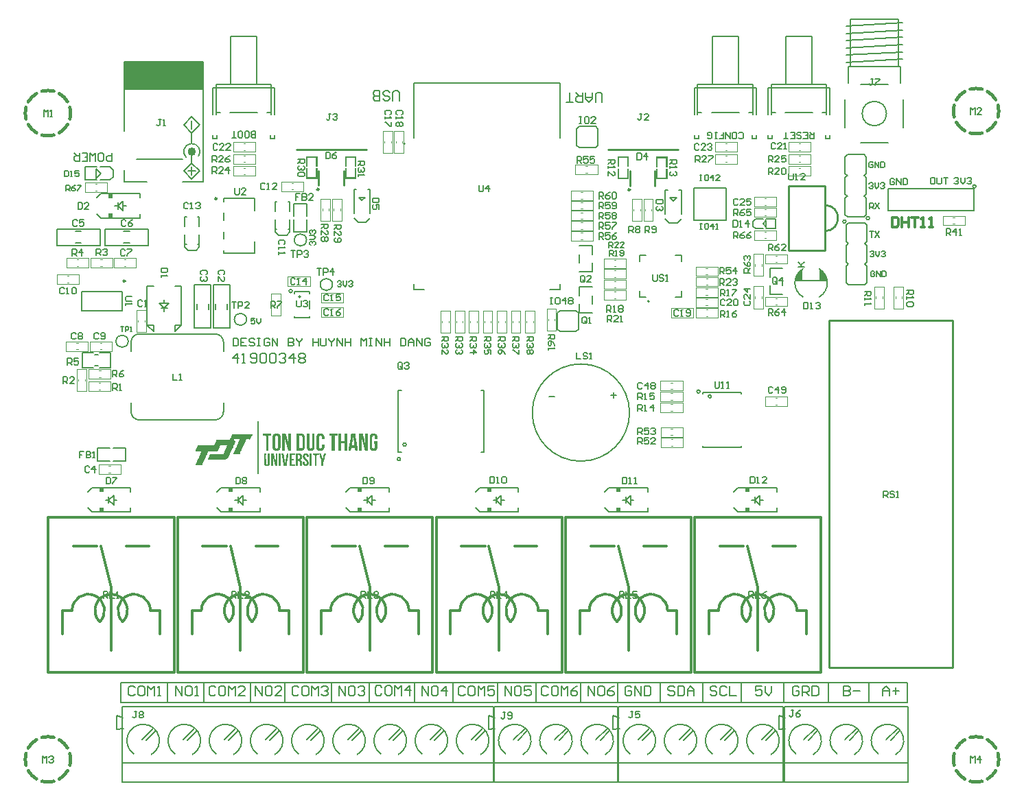
<source format=gto>
G04*
G04 #@! TF.GenerationSoftware,Altium Limited,Altium Designer,21.2.1 (34)*
G04*
G04 Layer_Color=65535*
%FSTAX24Y24*%
%MOIN*%
G70*
G04*
G04 #@! TF.SameCoordinates,6CF6E2E0-1279-4785-91C8-ECC7A25CC669*
G04*
G04*
G04 #@! TF.FilePolarity,Positive*
G04*
G01*
G75*
%ADD10C,0.0079*%
%ADD11C,0.0100*%
%ADD12C,0.0157*%
%ADD13C,0.0098*%
%ADD14C,0.0118*%
%ADD15C,0.0040*%
%ADD16C,0.0070*%
%ADD17C,0.0050*%
%ADD18C,0.0059*%
%ADD19R,0.0236X0.0236*%
%ADD20R,0.3819X0.1378*%
G36*
X042067Y05046D02*
Y050027D01*
X041988D01*
Y05046D01*
X041594D01*
Y050027D01*
X041516D01*
Y05046D01*
Y050539D01*
X042067D01*
Y05046D01*
D02*
G37*
G36*
Y049437D02*
X041516D01*
Y049515D01*
Y049948D01*
X041594D01*
Y049515D01*
X041988D01*
Y049948D01*
X042067D01*
Y049437D01*
D02*
G37*
G36*
X040763Y037053D02*
X040777D01*
Y036539D01*
Y036525D01*
Y036233D01*
X040763D01*
Y036219D01*
X040749D01*
Y036233D01*
X040679D01*
Y036219D01*
X040665D01*
Y036233D01*
X040638D01*
Y036274D01*
X040624D01*
Y03633D01*
X04061D01*
Y036386D01*
X040596D01*
Y036427D01*
X040582D01*
Y036483D01*
X040568D01*
Y036539D01*
X040554D01*
Y03658D01*
X04054D01*
Y036636D01*
X040526D01*
Y036705D01*
X040512D01*
Y036747D01*
X040499D01*
Y036775D01*
X040485D01*
Y036233D01*
X040471D01*
Y036219D01*
X040415D01*
Y036233D01*
X04036D01*
Y037053D01*
X040401D01*
Y037067D01*
X040526D01*
Y037039D01*
X04054D01*
Y036983D01*
X040554D01*
Y036928D01*
X040568D01*
Y036886D01*
X040582D01*
Y036831D01*
X040596D01*
Y036775D01*
X04061D01*
Y036719D01*
X040624D01*
Y036678D01*
X040638D01*
Y036622D01*
X040665D01*
Y037053D01*
X040679D01*
Y037067D01*
X040707D01*
Y037053D01*
X040735D01*
Y037067D01*
X040763D01*
Y037053D01*
D02*
G37*
G36*
X039817D02*
X039831D01*
Y036942D01*
X039692D01*
Y036233D01*
X039678D01*
Y036219D01*
X039637D01*
Y036233D01*
X039567D01*
Y036455D01*
Y036469D01*
Y036928D01*
X039553D01*
Y036942D01*
X039428D01*
Y037053D01*
X039442D01*
Y037067D01*
X039456D01*
Y037053D01*
X03947D01*
Y037067D01*
X039817D01*
Y037053D01*
D02*
G37*
G36*
X042278D02*
X04232D01*
Y037039D01*
X042334D01*
Y037025D01*
X042348D01*
Y037011D01*
X042361D01*
Y036997D01*
X042375D01*
Y03697D01*
X042389D01*
Y036928D01*
X042403D01*
Y036789D01*
X042389D01*
Y036775D01*
X042292D01*
Y036789D01*
X042278D01*
Y036914D01*
X042264D01*
Y036928D01*
X04225D01*
Y036942D01*
X042236D01*
Y036956D01*
X042195D01*
Y036942D01*
X042167D01*
Y036928D01*
X042153D01*
Y0369D01*
X042139D01*
Y036372D01*
X042153D01*
Y036358D01*
X042167D01*
Y036344D01*
X042195D01*
Y03633D01*
X042222D01*
Y036344D01*
X04225D01*
Y036358D01*
X042264D01*
Y036372D01*
X042278D01*
Y036539D01*
X042403D01*
Y036483D01*
Y036469D01*
Y036358D01*
X042389D01*
Y036316D01*
X042375D01*
Y036288D01*
X042361D01*
Y036261D01*
X042334D01*
Y036247D01*
X04232D01*
Y036233D01*
X042278D01*
Y036219D01*
X042139D01*
Y036233D01*
X042097D01*
Y036247D01*
X042083D01*
Y036261D01*
X042056D01*
Y036288D01*
X042042D01*
Y036302D01*
X042028D01*
Y036344D01*
X042014D01*
Y036928D01*
X042028D01*
Y03697D01*
X042042D01*
Y036997D01*
X042056D01*
Y037011D01*
X04207D01*
Y037025D01*
X042083D01*
Y037039D01*
X042097D01*
Y037053D01*
X042139D01*
Y037067D01*
X042278D01*
Y037053D01*
D02*
G37*
G36*
X038914Y037011D02*
X0389D01*
Y03697D01*
X038886D01*
Y036942D01*
X038872D01*
Y036928D01*
X038858D01*
Y036886D01*
X038844D01*
Y036872D01*
X03883D01*
Y036844D01*
X038816D01*
Y036817D01*
X038802D01*
Y036775D01*
X038775D01*
Y036761D01*
X038761D01*
Y036775D01*
X038608D01*
Y036761D01*
X038594D01*
Y036733D01*
X03858D01*
Y036705D01*
X038566D01*
Y036664D01*
X038552D01*
Y036636D01*
X038538D01*
Y036594D01*
X038524D01*
Y036566D01*
X03851D01*
Y036539D01*
X038497D01*
Y036511D01*
X038483D01*
Y036483D01*
X038469D01*
Y036441D01*
X038455D01*
Y036413D01*
X038441D01*
Y036386D01*
X038427D01*
Y036358D01*
X038413D01*
Y036316D01*
X038399D01*
Y036288D01*
X038385D01*
Y036261D01*
X038371D01*
Y036233D01*
X038358D01*
Y036205D01*
X038344D01*
Y036177D01*
X03833D01*
Y036135D01*
X038316D01*
Y036108D01*
X038302D01*
Y036066D01*
X037982D01*
Y036094D01*
X037996D01*
Y036122D01*
X03801D01*
Y036149D01*
X038024D01*
Y036191D01*
X038038D01*
Y036219D01*
X038052D01*
Y036247D01*
X038066D01*
Y036274D01*
X038079D01*
Y036316D01*
X038093D01*
Y036344D01*
X038107D01*
Y036372D01*
X038121D01*
Y0364D01*
X038135D01*
Y036441D01*
X038149D01*
Y036469D01*
X038163D01*
Y036497D01*
X038177D01*
Y036525D01*
X038191D01*
Y036566D01*
X038205D01*
Y036594D01*
X038219D01*
Y036622D01*
X038232D01*
Y03665D01*
X038246D01*
Y036678D01*
X03826D01*
Y036719D01*
X038274D01*
Y036747D01*
X038288D01*
Y036761D01*
X038274D01*
Y036775D01*
X03801D01*
Y036747D01*
X038024D01*
Y036733D01*
X038052D01*
Y036705D01*
X038066D01*
Y036608D01*
X038052D01*
Y036566D01*
X038038D01*
Y036539D01*
X038024D01*
Y036511D01*
X03801D01*
Y036483D01*
X037996D01*
Y036455D01*
X037982D01*
Y036427D01*
X037968D01*
Y036372D01*
X037954D01*
Y036358D01*
X03794D01*
Y03633D01*
X037927D01*
Y036288D01*
X037913D01*
Y036261D01*
X037899D01*
Y036233D01*
X037885D01*
Y036205D01*
X037871D01*
Y036177D01*
X037857D01*
Y036135D01*
X037843D01*
Y036108D01*
X037829D01*
Y03608D01*
X037815D01*
Y036052D01*
X037801D01*
Y03601D01*
X037788D01*
Y035982D01*
X037774D01*
Y035955D01*
X03776D01*
Y035927D01*
X037746D01*
Y035899D01*
X037732D01*
Y035885D01*
X037718D01*
Y035871D01*
X037704D01*
Y035857D01*
X03769D01*
Y035843D01*
X037676D01*
Y03583D01*
X037648D01*
Y035816D01*
X037621D01*
Y035802D01*
X037565D01*
Y035788D01*
X036745D01*
Y03583D01*
X036759D01*
Y035857D01*
X036773D01*
Y035885D01*
X036787D01*
Y035927D01*
X0368D01*
Y035955D01*
X036814D01*
Y035982D01*
X036828D01*
Y03601D01*
X036842D01*
Y036038D01*
X036856D01*
Y036052D01*
X037482D01*
Y036066D01*
X037509D01*
Y036094D01*
X037523D01*
Y036135D01*
X037537D01*
Y036149D01*
X037551D01*
Y036191D01*
X037565D01*
Y036219D01*
X037579D01*
Y036261D01*
X037593D01*
Y036274D01*
X037607D01*
Y036316D01*
X037621D01*
Y036344D01*
X037635D01*
Y036386D01*
X037648D01*
Y0364D01*
X037662D01*
Y036413D01*
Y036441D01*
X037676D01*
Y036469D01*
X03769D01*
Y036483D01*
X037343D01*
Y036441D01*
X037329D01*
Y036413D01*
X037315D01*
Y036372D01*
X037301D01*
Y036344D01*
X037287D01*
Y036316D01*
X037273D01*
Y036288D01*
X037259D01*
Y036261D01*
X037245D01*
Y036219D01*
X037231D01*
Y036205D01*
X036773D01*
Y036191D01*
X036759D01*
Y036177D01*
X036745D01*
Y036135D01*
X036731D01*
Y036108D01*
X036717D01*
Y03608D01*
X036703D01*
Y036038D01*
X036689D01*
Y03601D01*
X036675D01*
Y035982D01*
X036661D01*
Y035955D01*
X036648D01*
Y035927D01*
X036634D01*
Y035885D01*
X03662D01*
Y035857D01*
X036606D01*
Y03583D01*
X036592D01*
Y035802D01*
X036578D01*
Y03576D01*
X036564D01*
Y035732D01*
X03655D01*
Y035704D01*
X036536D01*
Y035677D01*
X036522D01*
Y035635D01*
X036508D01*
Y035621D01*
X036495D01*
Y035579D01*
X036481D01*
Y035552D01*
X036467D01*
Y03551D01*
X036133D01*
Y035524D01*
X036147D01*
Y035565D01*
X036161D01*
Y035593D01*
X036175D01*
Y035621D01*
X036189D01*
Y035663D01*
X036203D01*
Y035677D01*
X036217D01*
Y035718D01*
X03623D01*
Y035746D01*
X036244D01*
Y035774D01*
X036258D01*
Y035816D01*
X036272D01*
Y035843D01*
X036286D01*
Y035871D01*
X0363D01*
Y035913D01*
X036314D01*
Y035927D01*
X036328D01*
Y035969D01*
X036342D01*
Y035996D01*
X036356D01*
Y036024D01*
X036369D01*
Y036066D01*
X036383D01*
Y036094D01*
X036397D01*
Y036122D01*
X036411D01*
Y036149D01*
X036425D01*
Y036177D01*
X036439D01*
Y036205D01*
X036133D01*
Y036233D01*
X036147D01*
Y036261D01*
X036161D01*
Y036288D01*
X036175D01*
Y036316D01*
X036189D01*
Y036344D01*
X036203D01*
Y036372D01*
X036217D01*
Y0364D01*
X03623D01*
Y036427D01*
X036244D01*
Y036455D01*
X036258D01*
Y036483D01*
X037051D01*
Y036497D01*
X037065D01*
Y036539D01*
X037078D01*
Y036566D01*
X037092D01*
Y036594D01*
X037106D01*
Y036636D01*
X03712D01*
Y03665D01*
X037134D01*
Y036692D01*
X037148D01*
Y036719D01*
X037162D01*
Y036761D01*
X037815D01*
Y036775D01*
X037829D01*
Y036817D01*
X037843D01*
Y036844D01*
X037857D01*
Y036872D01*
X037871D01*
Y0369D01*
X037885D01*
Y036928D01*
X037899D01*
Y036956D01*
X037913D01*
Y036997D01*
X037927D01*
Y037011D01*
X03794D01*
Y037039D01*
X038914D01*
Y037011D01*
D02*
G37*
G36*
X041917Y037053D02*
X04193D01*
Y036858D01*
Y036844D01*
Y036344D01*
X041917D01*
Y036302D01*
X041903D01*
Y036288D01*
X041889D01*
Y036261D01*
X041861D01*
Y036247D01*
X041847D01*
Y036233D01*
X041805D01*
Y036219D01*
X041652D01*
Y036233D01*
X041625D01*
Y036247D01*
X041611D01*
Y036261D01*
X041583D01*
Y036288D01*
X041569D01*
Y036316D01*
X041555D01*
Y036358D01*
X041541D01*
Y037053D01*
X041555D01*
Y037067D01*
X041583D01*
Y037053D01*
X041597D01*
Y037067D01*
X041611D01*
Y037053D01*
X041639D01*
Y037067D01*
X041652D01*
Y037053D01*
X041666D01*
Y036386D01*
X04168D01*
Y036358D01*
X041694D01*
Y036344D01*
X041722D01*
Y03633D01*
X041764D01*
Y036344D01*
X041791D01*
Y036372D01*
X041805D01*
Y037053D01*
X041819D01*
Y037067D01*
X041917D01*
Y037053D01*
D02*
G37*
G36*
X041194D02*
X041347D01*
Y037039D01*
X041388D01*
Y037025D01*
X041402D01*
Y037011D01*
X041416D01*
Y036997D01*
X04143D01*
Y03697D01*
X041444D01*
Y036942D01*
X041458D01*
Y036344D01*
X041444D01*
Y036316D01*
X04143D01*
Y036288D01*
X041416D01*
Y036274D01*
X041402D01*
Y036261D01*
X041388D01*
Y036247D01*
X04136D01*
Y036233D01*
X041194D01*
Y036219D01*
X041069D01*
Y036233D01*
X041055D01*
Y036608D01*
Y036622D01*
Y037053D01*
X041082D01*
Y037067D01*
X041194D01*
Y037053D01*
D02*
G37*
G36*
X040151D02*
X040193D01*
Y037039D01*
X040207D01*
Y037025D01*
X04022D01*
Y037011D01*
X040234D01*
Y036997D01*
X040248D01*
Y03697D01*
X040262D01*
Y036942D01*
X040276D01*
Y036344D01*
X040262D01*
Y036302D01*
X040248D01*
Y036288D01*
X040234D01*
Y036261D01*
X040207D01*
Y036247D01*
X040193D01*
Y036233D01*
X040151D01*
Y036219D01*
X040012D01*
Y036233D01*
X03997D01*
Y036247D01*
X039942D01*
Y036261D01*
X039929D01*
Y036274D01*
X039915D01*
Y036302D01*
X039901D01*
Y03633D01*
X039887D01*
Y03665D01*
Y036664D01*
Y036956D01*
X039901D01*
Y036983D01*
X039915D01*
Y037011D01*
X039929D01*
Y037025D01*
X039942D01*
Y037039D01*
X03997D01*
Y037053D01*
X040012D01*
Y037067D01*
X040151D01*
Y037053D01*
D02*
G37*
G36*
X041569Y03608D02*
X041597D01*
Y036066D01*
X041611D01*
Y036052D01*
X041625D01*
Y036024D01*
X041639D01*
Y035913D01*
X041555D01*
Y035982D01*
X041541D01*
Y035996D01*
X041527D01*
Y03601D01*
X041472D01*
Y035996D01*
X041458D01*
Y035913D01*
X041472D01*
Y035885D01*
X041486D01*
Y035871D01*
X0415D01*
Y035843D01*
X041527D01*
Y035816D01*
X041555D01*
Y035802D01*
X041569D01*
Y035788D01*
X041583D01*
Y03576D01*
X041597D01*
Y035746D01*
X041611D01*
Y035732D01*
X041625D01*
Y035704D01*
X041639D01*
Y035552D01*
X041625D01*
Y035524D01*
X041611D01*
Y03551D01*
X041597D01*
Y035496D01*
X041569D01*
Y035482D01*
X04143D01*
Y035496D01*
X041416D01*
Y03551D01*
X041388D01*
Y035538D01*
X041374D01*
Y035565D01*
X04136D01*
Y035691D01*
X041444D01*
Y035593D01*
X041458D01*
Y035579D01*
X041472D01*
Y035565D01*
X041527D01*
Y035579D01*
X041541D01*
Y035621D01*
X041555D01*
Y035635D01*
X041541D01*
Y035677D01*
X041527D01*
Y035704D01*
X041513D01*
Y035718D01*
X0415D01*
Y035732D01*
X041486D01*
Y035746D01*
X041472D01*
Y03576D01*
X041458D01*
Y035774D01*
X041444D01*
Y035788D01*
X04143D01*
Y035802D01*
X041416D01*
Y035816D01*
X041402D01*
Y03583D01*
X041388D01*
Y035857D01*
X041374D01*
Y035899D01*
X04136D01*
Y035996D01*
X041374D01*
Y036038D01*
X041388D01*
Y036052D01*
X041402D01*
Y036066D01*
X041416D01*
Y03608D01*
X041444D01*
Y036094D01*
X041569D01*
Y03608D01*
D02*
G37*
G36*
X042473Y036038D02*
X042459D01*
Y035982D01*
X042445D01*
Y035941D01*
X042431D01*
Y035899D01*
X042417D01*
Y035843D01*
X042403D01*
Y035802D01*
X042389D01*
Y035746D01*
X042375D01*
Y035704D01*
X042361D01*
Y035482D01*
X042264D01*
Y035718D01*
X04225D01*
Y035774D01*
X042236D01*
Y035816D01*
X042222D01*
Y035857D01*
X042209D01*
Y035899D01*
X042195D01*
Y035955D01*
X042181D01*
Y035996D01*
X042167D01*
Y036052D01*
X042153D01*
Y036094D01*
X042236D01*
Y03608D01*
X04225D01*
Y036052D01*
X042264D01*
Y035996D01*
X042278D01*
Y035941D01*
X042292D01*
Y035885D01*
X042306D01*
Y035843D01*
X042334D01*
Y035899D01*
X042348D01*
Y035941D01*
X042361D01*
Y03601D01*
X042375D01*
Y036052D01*
X042389D01*
Y036094D01*
X042473D01*
Y036038D01*
D02*
G37*
G36*
X040109Y03608D02*
X040123D01*
Y035482D01*
X040026D01*
Y035496D01*
X040012D01*
Y035552D01*
X039998D01*
Y035607D01*
X039984D01*
Y035649D01*
X03997D01*
Y035704D01*
X039956D01*
Y035746D01*
X039942D01*
Y035816D01*
X039929D01*
Y035857D01*
X039915D01*
Y035871D01*
X039901D01*
Y035482D01*
X039817D01*
Y036094D01*
X039929D01*
Y03608D01*
X039942D01*
Y036038D01*
X039956D01*
Y035996D01*
X03997D01*
Y035927D01*
X039984D01*
Y035885D01*
X039998D01*
Y03583D01*
X040012D01*
Y035788D01*
X040026D01*
Y035802D01*
X04004D01*
Y036094D01*
X040109D01*
Y03608D01*
D02*
G37*
G36*
X040651Y03601D02*
X040638D01*
Y035899D01*
X040624D01*
Y03583D01*
X04061D01*
Y035732D01*
X040596D01*
Y035635D01*
X040582D01*
Y035538D01*
X040568D01*
Y035482D01*
X040429D01*
Y035496D01*
X040415D01*
Y035593D01*
X040401D01*
Y035663D01*
X040387D01*
Y035774D01*
X040373D01*
Y035843D01*
X04036D01*
Y035955D01*
X040346D01*
Y036038D01*
X040332D01*
Y036094D01*
X040415D01*
Y03608D01*
X040429D01*
Y036024D01*
X040443D01*
Y035913D01*
X040457D01*
Y03583D01*
X040471D01*
Y035732D01*
X040485D01*
Y035649D01*
X040512D01*
Y035732D01*
X040526D01*
Y035802D01*
Y035816D01*
Y03583D01*
X04054D01*
Y035913D01*
X040554D01*
Y03601D01*
X040568D01*
Y03608D01*
X040582D01*
Y036094D01*
X040651D01*
Y03601D01*
D02*
G37*
G36*
X039748Y035552D02*
X039734D01*
Y035524D01*
X03972D01*
Y03551D01*
X039706D01*
Y035496D01*
X039678D01*
Y035482D01*
X039539D01*
Y035496D01*
X039511D01*
Y03551D01*
X039498D01*
Y035524D01*
X039484D01*
Y035565D01*
X03947D01*
Y036094D01*
X039553D01*
Y03608D01*
X039567D01*
Y036038D01*
X039553D01*
Y036024D01*
Y035816D01*
X039567D01*
Y035579D01*
X039581D01*
Y035565D01*
X039637D01*
Y035579D01*
X03965D01*
Y035593D01*
X039664D01*
Y036094D01*
X039748D01*
Y035552D01*
D02*
G37*
G36*
X042125Y03608D02*
X042139D01*
Y036038D01*
X042125D01*
Y036024D01*
X042139D01*
Y03601D01*
X042042D01*
Y035996D01*
X042028D01*
Y035482D01*
X041944D01*
Y035885D01*
Y035899D01*
Y035996D01*
X04193D01*
Y03601D01*
X041833D01*
Y03608D01*
X041847D01*
Y036094D01*
X042125D01*
Y03608D01*
D02*
G37*
G36*
X041791Y035482D02*
X041694D01*
Y035538D01*
Y035552D01*
Y03608D01*
X041708D01*
Y036094D01*
X041791D01*
Y035482D01*
D02*
G37*
G36*
X041221Y03608D02*
X041249D01*
Y036066D01*
X041277D01*
Y036038D01*
X041291D01*
Y036024D01*
X041305D01*
Y03583D01*
X041291D01*
Y035816D01*
X041277D01*
Y035788D01*
X041263D01*
Y03576D01*
X041277D01*
Y035746D01*
X041291D01*
Y035732D01*
X041305D01*
Y035524D01*
X041319D01*
Y035482D01*
X041221D01*
Y035663D01*
X041208D01*
Y035704D01*
X041194D01*
Y035718D01*
X04118D01*
Y035732D01*
X041124D01*
Y035482D01*
X041027D01*
Y035927D01*
Y035941D01*
Y036094D01*
X041221D01*
Y03608D01*
D02*
G37*
G36*
X040957D02*
X040971D01*
Y036066D01*
Y036052D01*
Y03601D01*
X040804D01*
Y03583D01*
X040929D01*
Y035746D01*
X040804D01*
Y035565D01*
X040971D01*
Y035538D01*
X040957D01*
Y035524D01*
X040971D01*
Y035496D01*
X040957D01*
Y035482D01*
X040707D01*
Y036094D01*
X040957D01*
Y03608D01*
D02*
G37*
G36*
X040276Y036066D02*
X04029D01*
Y036038D01*
X040276D01*
Y035482D01*
X040193D01*
Y035774D01*
Y035788D01*
Y036094D01*
X040276D01*
Y036066D01*
D02*
G37*
G36*
X039206Y037039D02*
Y037025D01*
Y035079D01*
X039164D01*
Y037665D01*
X039206D01*
Y037039D01*
D02*
G37*
G36*
X043952Y050453D02*
Y05002D01*
X043873D01*
Y050453D01*
X04348D01*
Y05002D01*
X043401D01*
Y050453D01*
Y050532D01*
X043952D01*
Y050453D01*
D02*
G37*
G36*
X057185Y050441D02*
Y050007D01*
X057106D01*
Y050441D01*
X056713D01*
Y050007D01*
X056634D01*
Y050441D01*
Y050519D01*
X057185D01*
Y050441D01*
D02*
G37*
G36*
X05907Y050433D02*
Y05D01*
X058991D01*
Y050433D01*
X058598D01*
Y05D01*
X058519D01*
Y050433D01*
Y050512D01*
X05907D01*
Y050433D01*
D02*
G37*
G36*
X043952Y049429D02*
X043401D01*
Y049941D01*
X04348D01*
Y049508D01*
X043873D01*
Y049941D01*
X043952D01*
Y049429D01*
D02*
G37*
G36*
X057185Y049417D02*
X056634D01*
Y049496D01*
Y049929D01*
X056713D01*
Y049496D01*
X057106D01*
Y049929D01*
X057185D01*
Y049417D01*
D02*
G37*
G36*
X05907Y049409D02*
X058519D01*
Y049488D01*
Y049921D01*
X058598D01*
Y049488D01*
X058991D01*
Y049921D01*
X05907D01*
Y049409D01*
D02*
G37*
G36*
X066811Y044685D02*
Y044496D01*
X066457D01*
Y04504D01*
X066811Y044685D01*
D02*
G37*
G36*
X06563Y044496D02*
X065276D01*
Y044685D01*
X06563Y04504D01*
Y044496D01*
D02*
G37*
G36*
X044864Y037053D02*
X044892D01*
Y037039D01*
X04492D01*
Y037025D01*
X044933D01*
Y037011D01*
X044947D01*
Y036997D01*
X044961D01*
Y03697D01*
X044975D01*
Y0369D01*
X044989D01*
Y036789D01*
X044975D01*
Y036775D01*
X044878D01*
Y036789D01*
X044864D01*
Y036914D01*
X04485D01*
Y036928D01*
X044836D01*
Y036942D01*
X044808D01*
Y036956D01*
X044781D01*
Y036942D01*
X044753D01*
Y036928D01*
X044739D01*
Y0369D01*
X044725D01*
Y03665D01*
Y036636D01*
Y036372D01*
X044739D01*
Y036358D01*
X044753D01*
Y036344D01*
X044781D01*
Y03633D01*
X044808D01*
Y036344D01*
X044836D01*
Y036358D01*
X04485D01*
Y036372D01*
X044864D01*
Y036566D01*
X044808D01*
Y036692D01*
X044975D01*
Y036678D01*
X044989D01*
Y036386D01*
X044975D01*
Y036316D01*
X044961D01*
Y036288D01*
X044947D01*
Y036261D01*
X04492D01*
Y036247D01*
X044906D01*
Y036233D01*
X044864D01*
Y036219D01*
X044711D01*
Y036233D01*
X044683D01*
Y036247D01*
X044655D01*
Y036261D01*
X044641D01*
Y036274D01*
X044628D01*
Y036302D01*
X044614D01*
Y036344D01*
X0446D01*
Y036942D01*
X044614D01*
Y036983D01*
X044628D01*
Y036997D01*
X044641D01*
Y037025D01*
X044655D01*
Y037039D01*
X044683D01*
Y037053D01*
X044711D01*
Y037067D01*
X044864D01*
Y037053D01*
D02*
G37*
G36*
X044502Y036886D02*
X044516D01*
Y036817D01*
X044502D01*
Y036705D01*
X044516D01*
Y036261D01*
X044502D01*
Y036247D01*
X044516D01*
Y036233D01*
X044489D01*
Y036219D01*
X044475D01*
Y036233D01*
X044377D01*
Y036247D01*
X044363D01*
Y036302D01*
X04435D01*
Y036344D01*
X044336D01*
Y0364D01*
X044322D01*
Y036455D01*
X044308D01*
Y036511D01*
X044294D01*
Y036553D01*
X04428D01*
Y036608D01*
X044266D01*
Y036664D01*
X044252D01*
Y036705D01*
X044238D01*
Y036761D01*
X044224D01*
Y036775D01*
X044211D01*
Y036233D01*
X044197D01*
Y036219D01*
X044169D01*
Y036233D01*
X044085D01*
Y036247D01*
X044099D01*
Y037067D01*
X044155D01*
Y037053D01*
X044266D01*
Y037011D01*
X04428D01*
Y036956D01*
X044294D01*
Y036914D01*
X044308D01*
Y036844D01*
X044322D01*
Y036817D01*
X044336D01*
Y036747D01*
X04435D01*
Y036705D01*
X044363D01*
Y036636D01*
X044377D01*
Y036608D01*
X044391D01*
Y0369D01*
Y036914D01*
Y037053D01*
X044405D01*
Y037067D01*
X044502D01*
Y036886D01*
D02*
G37*
G36*
X043863Y037053D02*
X043905D01*
Y036983D01*
X043919D01*
Y036886D01*
X043932D01*
Y036817D01*
X043946D01*
Y036719D01*
X04396D01*
Y03665D01*
X043974D01*
Y036553D01*
X043988D01*
Y036469D01*
X044002D01*
Y036372D01*
X044016D01*
Y036302D01*
X04403D01*
Y036233D01*
X044016D01*
Y036219D01*
X044002D01*
Y036233D01*
X043905D01*
Y036261D01*
X043891D01*
Y036358D01*
X043877D01*
Y036372D01*
X04371D01*
Y036288D01*
X043696D01*
Y036233D01*
X043682D01*
Y036219D01*
X043668D01*
Y036233D01*
X043571D01*
Y036247D01*
X043585D01*
Y03633D01*
X043599D01*
Y036413D01*
X043613D01*
Y036511D01*
X043627D01*
Y036594D01*
X04364D01*
Y036678D01*
X043654D01*
Y036761D01*
X043668D01*
Y036858D01*
X043682D01*
Y036928D01*
X043696D01*
Y037025D01*
X04371D01*
Y037053D01*
X043724D01*
Y037067D01*
X043863D01*
Y037053D01*
D02*
G37*
G36*
X043196D02*
X043223D01*
Y036705D01*
X043376D01*
Y037053D01*
X043515D01*
Y036233D01*
X043501D01*
Y036219D01*
X043474D01*
Y036233D01*
X043446D01*
Y036219D01*
X043404D01*
Y036233D01*
X043376D01*
Y03658D01*
X043223D01*
Y036219D01*
X043196D01*
Y036233D01*
X04314D01*
Y036219D01*
X043112D01*
Y036233D01*
X043098D01*
Y037053D01*
X04314D01*
Y037067D01*
X043196D01*
Y037053D01*
D02*
G37*
G36*
X042973D02*
X043043D01*
Y036942D01*
X042904D01*
Y036872D01*
Y036858D01*
Y036233D01*
X042862D01*
Y036219D01*
X042779D01*
Y036233D01*
X042765D01*
Y036942D01*
X04264D01*
Y037053D01*
X042737D01*
Y037067D01*
X042973D01*
Y037053D01*
D02*
G37*
%LPC*%
G36*
X041305Y036942D02*
X041194D01*
Y036344D01*
X041305D01*
Y036358D01*
X041319D01*
Y036372D01*
X041333D01*
Y036441D01*
Y036455D01*
Y0369D01*
X041319D01*
Y036928D01*
X041305D01*
Y036942D01*
D02*
G37*
G36*
X040095Y036956D02*
X040054D01*
Y036942D01*
X04004D01*
Y036928D01*
X040026D01*
Y036914D01*
X040012D01*
Y036372D01*
X040026D01*
Y036344D01*
X040054D01*
Y03633D01*
X040109D01*
Y036344D01*
X040123D01*
Y036358D01*
X040137D01*
Y036386D01*
X040151D01*
Y036455D01*
Y036469D01*
Y0369D01*
X040137D01*
Y036928D01*
X040123D01*
Y036942D01*
X040095D01*
Y036956D01*
D02*
G37*
G36*
X04118Y03601D02*
X041124D01*
Y035816D01*
X041194D01*
Y035843D01*
X041208D01*
Y035871D01*
X041221D01*
Y035969D01*
X041208D01*
Y035982D01*
X041194D01*
Y035996D01*
X04118D01*
Y03601D01*
D02*
G37*
G36*
X043807Y036858D02*
X043793D01*
Y036844D01*
X04378D01*
Y036747D01*
X043766D01*
Y036664D01*
X043752D01*
Y036553D01*
X043738D01*
Y036483D01*
X043849D01*
Y036497D01*
X043863D01*
Y036525D01*
X043849D01*
Y036622D01*
X043835D01*
Y036719D01*
X043821D01*
Y036803D01*
X043807D01*
Y036858D01*
D02*
G37*
%LPD*%
D10*
X06888Y047525D02*
G03*
X06888Y047525I-000079J0D01*
G01*
X06565Y045059D02*
G03*
X06565Y043696I000394J-000682D01*
G01*
X066437D02*
G03*
X066437Y045059I-000394J000682D01*
G01*
X067739Y04736D02*
G03*
X067739Y04736I-000079J0D01*
G01*
X058177Y043482D02*
G03*
X058177Y043482I-000039J0D01*
G01*
X042795Y044299D02*
G03*
X042795Y044299I-000295J0D01*
G01*
X038622Y042606D02*
G03*
X038622Y042606I-000295J0D01*
G01*
X032874Y041543D02*
G03*
X032874Y041543I-000295J0D01*
G01*
X033406Y041897D02*
G03*
X033012Y041504I0J-000394D01*
G01*
X0375Y041504D02*
G03*
X037106Y041897I-000394J0D01*
G01*
Y037724D02*
G03*
X0375Y038118I-0J000394D01*
G01*
X033012Y038118D02*
G03*
X033406Y037724I000394J0D01*
G01*
X041535Y046464D02*
G03*
X041535Y046464I-000295J0D01*
G01*
X074051Y049063D02*
G03*
X074051Y049063I-000079J0D01*
G01*
X06065Y039102D02*
G03*
X06065Y039102I-000079J0D01*
G01*
X061201Y038866D02*
G03*
X061201Y038866I-000079J0D01*
G01*
X057224Y038078D02*
G03*
X057224Y038078I-002362J0D01*
G01*
X046378Y036523D02*
G03*
X046378Y036523I-000079J0D01*
G01*
X046102Y035815D02*
G03*
X046102Y035815I-000079J0D01*
G01*
X046319Y051133D02*
G03*
X046319Y051133I-000039J0D01*
G01*
X036287Y05053D02*
G03*
X035686Y050477I-000322J000226D01*
G01*
X064094Y021462D02*
G03*
X063248Y021499I-000394J000682D01*
G01*
X062094Y021462D02*
G03*
X061248Y021499I-000394J000682D01*
G01*
X060094Y021462D02*
G03*
X059248Y021499I-000394J000682D01*
G01*
X058094Y021462D02*
G03*
X057248Y021499I-000394J000682D01*
G01*
X069705Y052606D02*
G03*
X069705Y052606I-000591J0D01*
G01*
X040846Y043984D02*
G03*
X040846Y043984I-000079J0D01*
G01*
X04124Y043708D02*
G03*
X04124Y043708I-000039J0D01*
G01*
X033994Y021462D02*
G03*
X033148Y021499I-000394J000682D01*
G01*
X035994Y021462D02*
G03*
X035148Y021499I-000394J000682D01*
G01*
X037994Y021462D02*
G03*
X037148Y021499I-000394J000682D01*
G01*
X039994Y021462D02*
G03*
X039148Y021499I-000394J000682D01*
G01*
X041994Y021462D02*
G03*
X041148Y021499I-000394J000682D01*
G01*
X043994Y021462D02*
G03*
X043148Y021499I-000394J000682D01*
G01*
X045994Y021462D02*
G03*
X045148Y021499I-000394J000682D01*
G01*
X047994Y021462D02*
G03*
X047148Y021499I-000394J000682D01*
G01*
X049994Y021462D02*
G03*
X049148Y021499I-000394J000682D01*
G01*
X056044Y021462D02*
G03*
X055198Y021499I-000394J000682D01*
G01*
X052044Y021462D02*
G03*
X051198Y021499I-000394J000682D01*
G01*
X054044Y021462D02*
G03*
X053198Y021499I-000394J000682D01*
G01*
X070144Y021462D02*
G03*
X069298Y021499I-000394J000682D01*
G01*
X066144Y021462D02*
G03*
X065298Y021499I-000394J000682D01*
G01*
X068144Y021462D02*
G03*
X067298Y021499I-000394J000682D01*
G01*
X03252Y023984D02*
X056634D01*
X03252Y024968D02*
X056634D01*
Y023984D02*
Y024968D01*
X03252Y023984D02*
Y024968D01*
X056634Y023984D02*
X070709D01*
X056634Y024968D02*
X070709D01*
Y023984D02*
Y024968D01*
X056634Y023984D02*
Y024968D01*
X031319Y049456D02*
X031555Y049693D01*
X031319Y049456D02*
Y049929D01*
X031555Y049693D01*
X031516Y049378D02*
X031988D01*
X031516Y050007D02*
X031988D01*
X030768D02*
X031358D01*
X030768Y049378D02*
X031358D01*
X030768D02*
Y050007D01*
X031988Y049378D02*
X032146Y049535D01*
Y04985D01*
X031988Y050007D02*
X032146Y04985D01*
X05372Y042133D02*
X053839Y042015D01*
X05372Y042133D02*
Y042921D01*
X053839Y043039D01*
X054744Y042133D02*
Y042921D01*
X053839Y043039D02*
X054626D01*
X054744Y042921D01*
X053839Y042015D02*
X054626D01*
X054744Y042133D01*
X068604Y050612D02*
X068723Y050494D01*
Y049706D02*
Y050494D01*
X067699D02*
X067817Y050612D01*
X067699Y049706D02*
Y050494D01*
X067817Y050612D02*
X068604D01*
X067699Y049706D02*
X067817Y049588D01*
X068604D02*
X068723Y049706D01*
X068604Y049612D02*
X068723Y049494D01*
Y048706D02*
Y049494D01*
X067699D02*
X067817Y049612D01*
X067699Y048706D02*
Y049494D01*
Y048706D02*
X067817Y048588D01*
X068604D02*
X068723Y048706D01*
X068604Y048612D02*
X068723Y048494D01*
Y047706D02*
Y048494D01*
X067699D02*
X067817Y048612D01*
X067699Y047706D02*
Y048494D01*
Y047706D02*
X067817Y047588D01*
X068604D01*
X068723Y047706D01*
X065276Y044496D02*
X066811D01*
X064035Y043826D02*
Y044259D01*
Y043826D02*
X064665D01*
Y044259D02*
Y044653D01*
X064035Y045086D02*
X064665D01*
X064035Y044653D02*
Y045086D01*
X067739Y044392D02*
X067857Y044274D01*
X067739Y044392D02*
Y045179D01*
X068644Y044274D02*
X068762Y044392D01*
Y045179D01*
X067857Y044274D02*
X068644D01*
Y045297D02*
X068762Y045179D01*
X067739D02*
X067857Y045297D01*
X067739Y045392D02*
X067857Y045274D01*
X067739Y045392D02*
Y046179D01*
X068644Y045274D02*
X068762Y045392D01*
Y046179D01*
X068644Y046297D02*
X068762Y046179D01*
X067739D02*
X067857Y046297D01*
X067739Y046392D02*
X067857Y046274D01*
X067739Y046392D02*
Y047179D01*
X068644Y046274D02*
X068762Y046392D01*
Y047179D01*
X068644Y047297D02*
X068762Y047179D01*
X067857Y047297D02*
X068644D01*
X067739Y047179D02*
X067857Y047297D01*
X060335Y047409D02*
X061909D01*
Y048984D01*
X060335D02*
X061909D01*
X060335Y047409D02*
Y048984D01*
X063701Y047252D02*
X063858Y047409D01*
Y047094D02*
Y047409D01*
X063701Y047252D02*
X063858Y047094D01*
X063858Y047015D02*
X064331D01*
X063858Y047488D02*
X064331D01*
Y047015D02*
Y047488D01*
X063346D02*
X063701D01*
X063346Y047015D02*
X063701D01*
X063228Y047133D02*
X063346Y047015D01*
X063228Y047133D02*
Y04737D01*
X063346Y047488D01*
X055571Y050952D02*
X055689Y05107D01*
X054783Y050952D02*
X055571D01*
X054665Y05107D02*
X054783Y050952D01*
Y051976D02*
X055571D01*
X054665Y05107D02*
Y051858D01*
X054783Y051976D01*
X055689Y05107D02*
Y051858D01*
X055571Y051976D02*
X055689Y051858D01*
X043839Y047507D02*
X044035Y047311D01*
X043839Y048925D02*
X043957D01*
X043839Y047744D02*
Y048925D01*
X044626Y047744D02*
Y048925D01*
X044508D02*
X044626D01*
X044035Y047311D02*
X044429D01*
X044626Y047507D01*
X044075Y048531D02*
X04439D01*
X044232Y048374D02*
X04439Y048531D01*
X044075D02*
X044232Y048374D01*
X057704Y043679D02*
X058019D01*
X057704D02*
Y043994D01*
Y045411D02*
Y045726D01*
X058019D01*
X059437D02*
X059752D01*
Y045411D02*
Y045726D01*
Y043679D02*
Y043994D01*
X059437Y043679D02*
X059752D01*
X03385Y04641D02*
Y047D01*
X03175D02*
X03385D01*
X03175Y0462D02*
Y047D01*
X03266Y04632D02*
X03294D01*
X03266Y04689D02*
X03294D01*
X03175Y0462D02*
X03385D01*
Y04641D01*
X037519Y047421D02*
Y047776D01*
Y046516D02*
Y04687D01*
Y045807D02*
Y045965D01*
Y048327D02*
Y048484D01*
X039015Y047894D02*
Y048484D01*
X037519D02*
X039015D01*
X037519Y045807D02*
X039015D01*
Y046398D01*
X030616Y043028D02*
Y043972D01*
X032584Y043028D02*
Y043972D01*
X030616Y043028D02*
X032584D01*
X030616Y043972D02*
X032584D01*
X030654Y04098D02*
X031182D01*
X030654Y04027D02*
Y04098D01*
Y04027D02*
X031182D01*
X031487D02*
X032032D01*
X031487Y04098D02*
X032032D01*
Y04027D02*
Y04098D01*
X033406Y041897D02*
X037106D01*
X033012Y04107D02*
Y041504D01*
X0375Y04107D02*
Y041504D01*
Y038118D02*
Y038551D01*
X033012Y038118D02*
Y038551D01*
X033406Y037724D02*
X037106D01*
X032618Y048118D02*
X032776D01*
X032224D02*
X032382D01*
Y04796D02*
Y048275D01*
Y048118D02*
X032618Y048354D01*
Y047881D02*
Y048354D01*
X032382Y048118D02*
X032618Y047881D01*
X031555Y048708D02*
X033445D01*
X031358Y048511D02*
X031555Y048708D01*
Y047527D02*
X033445D01*
X031358Y047724D02*
X031555Y047527D01*
X033445Y048511D02*
Y048708D01*
Y047527D02*
Y047724D01*
X034626Y043393D02*
Y043551D01*
Y043D02*
Y043157D01*
X034469D02*
X034783D01*
X03439Y043393D02*
X034626Y043157D01*
X03439Y043393D02*
X034862D01*
X034626Y043157D02*
X034862Y043393D01*
X033799Y04233D02*
Y04422D01*
X034114D01*
Y042015D02*
Y04233D01*
X033799D02*
X034114Y042015D01*
X033799Y04233D02*
X034114D01*
X035138D02*
X035453D01*
X035138Y042015D02*
X035453Y04233D01*
X035138Y042015D02*
Y04233D01*
Y04422D02*
X035453D01*
Y04233D02*
Y04422D01*
X0294Y04679D02*
Y047D01*
X0315D01*
X03031Y04631D02*
X03059D01*
X03031Y04688D02*
X03059D01*
X0315Y0462D02*
Y047D01*
X0294Y0462D02*
X0315D01*
X0294D02*
Y04679D01*
X036687Y044276D02*
X036897D01*
Y042176D02*
Y044276D01*
X036207Y043086D02*
Y043366D01*
X036777Y043086D02*
Y043366D01*
X036097Y042176D02*
X036897D01*
X036097D02*
Y044276D01*
X036687D01*
X037597D02*
X037807D01*
Y042176D02*
Y044276D01*
X037117Y043086D02*
Y043366D01*
X037687Y043086D02*
Y043366D01*
X037007Y042176D02*
X037807D01*
X037007D02*
Y044276D01*
X037597D01*
X04065Y048315D02*
X040728D01*
Y047842D02*
Y048315D01*
Y046976D02*
Y047448D01*
X04065Y046976D02*
X040728D01*
X04002D02*
X040098D01*
X04002D02*
Y047448D01*
Y047842D02*
Y048315D01*
X040098D01*
X040571Y0467D02*
X040728Y046858D01*
Y046976D01*
X040177Y0467D02*
X040571D01*
X04002Y046858D02*
X040177Y0467D01*
X04002Y046858D02*
Y046976D01*
X04091Y046869D02*
X04154D01*
Y04746D01*
X04091Y046869D02*
Y04746D01*
Y047617D02*
Y048208D01*
X04154Y047617D02*
Y048208D01*
X04091D02*
X04154D01*
X032736Y035716D02*
Y036346D01*
X032146D02*
X032736D01*
X032146Y035716D02*
X032736D01*
X031398D02*
X031988D01*
X031398Y036346D02*
X031988D01*
X031398Y035716D02*
Y036346D01*
X069783Y048944D02*
X073957D01*
X069783Y047881D02*
X073957D01*
Y048944D01*
X069783Y047881D02*
Y048944D01*
X060532Y052645D02*
X060728D01*
X063012D02*
X063209D01*
X061201D02*
X062539D01*
X060532Y052567D02*
Y054023D01*
X060374Y051385D02*
Y051543D01*
Y051385D02*
X060571D01*
Y051543D01*
X063169Y051385D02*
Y051543D01*
Y051385D02*
X063366D01*
Y051543D01*
X060374Y053866D02*
X060532D01*
X060374Y052567D02*
Y053866D01*
X063366Y052567D02*
Y053866D01*
X063209D02*
X063366D01*
X060532D02*
X063209D01*
X06124Y054023D02*
Y056346D01*
X0625D01*
Y054023D02*
Y056346D01*
X063209Y052567D02*
Y054023D01*
X060532D02*
X063209D01*
X032168Y033835D02*
X032326D01*
X031774D02*
X031932D01*
Y033678D02*
Y033993D01*
Y033835D02*
X032168Y034072D01*
Y033599D02*
Y034072D01*
X031932Y033835D02*
X032168Y033599D01*
X031105Y034426D02*
X032995D01*
X030908Y034229D02*
X031105Y034426D01*
Y033245D02*
X032995D01*
X030908Y033442D02*
X031105Y033245D01*
X032995Y034229D02*
Y034426D01*
Y033245D02*
Y033442D01*
X038445Y033835D02*
X038602D01*
X038051D02*
X038208D01*
Y033678D02*
Y033993D01*
Y033835D02*
X038445Y034072D01*
Y033599D02*
Y034072D01*
X038208Y033835D02*
X038445Y033599D01*
X037382Y034426D02*
X039271D01*
X037185Y034229D02*
X037382Y034426D01*
Y033245D02*
X039271D01*
X037185Y033442D02*
X037382Y033245D01*
X039271Y034229D02*
Y034426D01*
Y033245D02*
Y033442D01*
X050997Y033835D02*
X051155D01*
X050604D02*
X050761D01*
Y033678D02*
Y033993D01*
Y033835D02*
X050997Y034072D01*
Y033599D02*
Y034072D01*
X050761Y033835D02*
X050997Y033599D01*
X049934Y034426D02*
X051824D01*
X049738Y034229D02*
X049934Y034426D01*
Y033245D02*
X051824D01*
X049738Y033442D02*
X049934Y033245D01*
X051824Y034229D02*
Y034426D01*
Y033245D02*
Y033442D01*
X057274Y033835D02*
X057431D01*
X05688D02*
X057038D01*
Y033678D02*
Y033993D01*
Y033835D02*
X057274Y034072D01*
Y033599D02*
Y034072D01*
X057038Y033835D02*
X057274Y033599D01*
X056211Y034426D02*
X058101D01*
X056014Y034229D02*
X056211Y034426D01*
Y033245D02*
X058101D01*
X056014Y033442D02*
X056211Y033245D01*
X058101Y034229D02*
Y034426D01*
Y033245D02*
Y033442D01*
X06355Y033835D02*
X063708D01*
X063157D02*
X063314D01*
Y033678D02*
Y033993D01*
Y033835D02*
X06355Y034072D01*
Y033599D02*
Y034072D01*
X063314Y033835D02*
X06355Y033599D01*
X062487Y034426D02*
X064377D01*
X06229Y034229D02*
X062487Y034426D01*
Y033245D02*
X064377D01*
X06229Y033442D02*
X062487Y033245D01*
X064377Y034229D02*
Y034426D01*
Y033245D02*
Y033442D01*
X060768Y038984D02*
Y039063D01*
X062657Y038984D02*
Y039063D01*
X060768D02*
X062657D01*
X060768Y036385D02*
X062657D01*
Y036464D01*
X060768Y036385D02*
Y036464D01*
X05Y036169D02*
X050157D01*
X05Y039161D02*
X050157D01*
Y036169D02*
Y039161D01*
X045984Y036169D02*
Y039161D01*
X046142D01*
X045984Y036169D02*
X046142D01*
X055421Y044939D02*
Y045372D01*
X054791Y044939D02*
X055421D01*
X054791Y045372D02*
Y045766D01*
Y046199D02*
X055421D01*
Y045766D02*
Y046199D01*
X054791Y043758D02*
Y044191D01*
X055421D01*
Y043364D02*
Y043758D01*
X054791Y042931D02*
X055421D01*
X054791D02*
Y043364D01*
X058957Y047488D02*
X059154Y047291D01*
X058957Y048905D02*
X059075D01*
X058957Y047724D02*
Y048905D01*
X059744Y047724D02*
Y048905D01*
X059626D02*
X059744D01*
X059154Y047291D02*
X059547D01*
X059744Y047488D01*
X059193Y048511D02*
X059508D01*
X05935Y048354D02*
X059508Y048511D01*
X059193D02*
X05935Y048354D01*
X035623Y046126D02*
Y046244D01*
Y046126D02*
X03578Y045969D01*
X036174D01*
X036331Y046126D02*
Y046244D01*
X036174Y045969D02*
X036331Y046126D01*
X035623Y047583D02*
X035701D01*
X035623Y047111D02*
Y047583D01*
Y046244D02*
Y046717D01*
Y046244D02*
X035701D01*
X036252D02*
X036331D01*
Y046717D01*
Y047111D02*
Y047583D01*
X036252D02*
X036331D01*
X035965Y050204D02*
Y050756D01*
Y051149D02*
Y051661D01*
Y051858D02*
Y052252D01*
X035575Y052051D02*
X035965Y051661D01*
X035575Y052051D02*
X035965Y052441D01*
X036354Y052051D01*
X035965Y051661D02*
X036354Y052051D01*
X035965Y050204D02*
X036354Y049815D01*
X035965Y049425D02*
X036354Y049815D01*
X035575Y049815D02*
X035965Y049425D01*
X035575Y049815D02*
X035965Y050204D01*
X035768Y049811D02*
X036161D01*
X035965Y049614D02*
Y050007D01*
X032697Y05174D02*
Y055126D01*
Y049299D02*
X033799D01*
X035531D02*
X036516D01*
Y055126D01*
X032697D02*
X036516D01*
X032697Y049299D02*
Y04985D01*
X033287Y050401D02*
X035531D01*
X06385Y022167D02*
X064303Y02262D01*
X06364Y02218D02*
X064192Y022731D01*
X06185Y022167D02*
X062303Y02262D01*
X06164Y02218D02*
X062192Y022731D01*
X05964Y02218D02*
X060192Y022731D01*
X05985Y022167D02*
X060303Y02262D01*
X05785Y022167D02*
X058303Y02262D01*
X05764Y02218D02*
X058192Y022731D01*
X056692Y021041D02*
X064676D01*
X056692Y020136D02*
Y023797D01*
X056417Y023354D02*
X05673Y02325D01*
X056417Y022675D02*
X056417Y023354D01*
X056417Y022675D02*
X056734Y022728D01*
X056692Y023797D02*
X064676D01*
Y020136D02*
Y023797D01*
X056692Y020136D02*
X064676D01*
X068445Y051189D02*
X069783D01*
X067697Y051937D02*
Y053275D01*
X070532Y051937D02*
Y053275D01*
X068445Y054023D02*
X069783D01*
X067933Y054889D02*
Y057173D01*
X070295D01*
Y054889D02*
Y057173D01*
X067854Y054889D02*
X070374D01*
X067854Y054102D02*
Y054889D01*
X070374Y054102D02*
Y054889D01*
X067736Y056858D02*
X070492Y057015D01*
X067736Y056504D02*
X070492Y056661D01*
X067736Y056149D02*
X070492Y056307D01*
X067736Y055795D02*
X070492Y055952D01*
X067736Y055441D02*
X070492Y055598D01*
X067736Y055086D02*
X070492Y055244D01*
X041673Y043118D02*
Y043511D01*
Y043866D02*
Y043944D01*
X040965D02*
X041673D01*
X040965Y043866D02*
Y043944D01*
Y042685D02*
Y042763D01*
Y042685D02*
X041673D01*
Y042763D01*
X032592Y020136D02*
X050616D01*
Y023797D01*
X032592D02*
X050616D01*
X032317Y022675D02*
X032634Y022728D01*
X032317Y022675D02*
X032317Y023354D01*
X03263Y02325D01*
X032592Y020136D02*
Y023797D01*
Y021041D02*
X050616D01*
X03354Y02218D02*
X034092Y022731D01*
X03375Y022167D02*
X034203Y02262D01*
X03575Y022167D02*
X036203Y02262D01*
X03554Y02218D02*
X036092Y022731D01*
X03754Y02218D02*
X038092Y022731D01*
X03775Y022167D02*
X038203Y02262D01*
X03954Y02218D02*
X040092Y022731D01*
X03975Y022167D02*
X040203Y02262D01*
X04154Y02218D02*
X042092Y022731D01*
X04175Y022167D02*
X042203Y02262D01*
X04354Y02218D02*
X044092Y022731D01*
X04375Y022167D02*
X044203Y02262D01*
X04554Y02218D02*
X046092Y022731D01*
X04575Y022167D02*
X046203Y02262D01*
X04754Y02218D02*
X048092Y022731D01*
X04775Y022167D02*
X048203Y02262D01*
X04954Y02218D02*
X050092Y022731D01*
X04975Y022167D02*
X050203Y02262D01*
X0558Y022167D02*
X056253Y02262D01*
X05559Y02218D02*
X056142Y022731D01*
X050642Y020136D02*
X056642D01*
Y023797D01*
X050642D02*
X056642D01*
X050367Y022675D02*
X050684Y022728D01*
X050367Y022675D02*
X050367Y023354D01*
X05068Y02325D01*
X050642Y020136D02*
Y023797D01*
Y021041D02*
X056642D01*
X05159Y02218D02*
X052142Y022731D01*
X0518Y022167D02*
X052253Y02262D01*
X0538Y022167D02*
X054253Y02262D01*
X05359Y02218D02*
X054142Y022731D01*
X058701Y023984D02*
Y024968D01*
X060768Y023984D02*
Y024968D01*
X062638Y023984D02*
Y024968D01*
X064705Y023984D02*
Y024968D01*
X06687Y023984D02*
Y024968D01*
X068839Y023984D02*
Y024968D01*
X034783Y023984D02*
Y024968D01*
X036555Y023984D02*
Y024968D01*
X038819Y023984D02*
Y024968D01*
X040492Y023984D02*
Y024968D01*
X042756Y023984D02*
Y024968D01*
X044577Y023984D02*
Y024968D01*
X046791Y023984D02*
Y024968D01*
X048661Y023984D02*
Y024968D01*
X050827Y023984D02*
Y024968D01*
X052697Y023984D02*
Y024968D01*
X054862Y023984D02*
Y024968D01*
X0699Y022167D02*
X070353Y02262D01*
X06969Y02218D02*
X070242Y022731D01*
X064742Y020136D02*
X070742D01*
Y023797D01*
X064742D02*
X070742D01*
X064467Y022675D02*
X064784Y022728D01*
X064467Y022675D02*
X064467Y023354D01*
X06478Y02325D01*
X064742Y020136D02*
Y023797D01*
Y021041D02*
X070742D01*
X06569Y02218D02*
X066242Y022731D01*
X0659Y022167D02*
X066353Y02262D01*
X0679Y022167D02*
X068353Y02262D01*
X06769Y02218D02*
X068242Y022731D01*
X045548Y033245D02*
Y033442D01*
Y034229D02*
Y034426D01*
X043461Y033442D02*
X043658Y033245D01*
X045548D01*
X043461Y034229D02*
X043658Y034426D01*
X045548D01*
X044485Y033835D02*
X044721Y033599D01*
Y034072D01*
X044485Y033835D02*
X044721Y034072D01*
X044485Y033678D02*
Y033993D01*
X044327Y033835D02*
X044485D01*
X044721D02*
X044878D01*
X064117Y054023D02*
X066794D01*
Y052567D02*
Y054023D01*
X066085D02*
Y056346D01*
X064826D02*
X066085D01*
X064826Y054023D02*
Y056346D01*
X064117Y053866D02*
X066794D01*
X066952D01*
Y052567D02*
Y053866D01*
X063959Y052567D02*
Y053866D01*
X064117D01*
X066952Y051385D02*
Y051543D01*
X066755Y051385D02*
X066952D01*
X066755D02*
Y051543D01*
X064156Y051385D02*
Y051543D01*
X063959Y051385D02*
X064156D01*
X063959D02*
Y051543D01*
X064117Y052567D02*
Y054023D01*
X064786Y052645D02*
X066125D01*
X066597D02*
X066794D01*
X064117D02*
X064314D01*
X037146Y054023D02*
X039823D01*
Y052567D02*
Y054023D01*
X039114D02*
Y056346D01*
X037854D02*
X039114D01*
X037854Y054023D02*
Y056346D01*
X037146Y053866D02*
X039823D01*
X03998D01*
Y052567D02*
Y053866D01*
X036988Y052567D02*
Y053866D01*
X037146D01*
X03998Y051385D02*
Y051543D01*
X039783Y051385D02*
X03998D01*
X039783D02*
Y051543D01*
X037185Y051385D02*
Y051543D01*
X036988Y051385D02*
X037185D01*
X036988D02*
Y051543D01*
X037146Y052567D02*
Y054023D01*
X037815Y052645D02*
X039154D01*
X039626D02*
X039823D01*
X037146D02*
X037343D01*
X059412Y024709D02*
X059333Y024788D01*
X059176D01*
X059097Y024709D01*
Y02463D01*
X059176Y024552D01*
X059333D01*
X059412Y024473D01*
Y024394D01*
X059333Y024316D01*
X059176D01*
X059097Y024394D01*
X05957Y024788D02*
Y024316D01*
X059806D01*
X059884Y024394D01*
Y024709D01*
X059806Y024788D01*
X05957D01*
X060042Y024316D02*
Y02463D01*
X060199Y024788D01*
X060357Y02463D01*
Y024316D01*
Y024552D01*
X060042D01*
X057317Y024709D02*
X057239Y024788D01*
X057081D01*
X057002Y024709D01*
Y024394D01*
X057081Y024316D01*
X057239D01*
X057317Y024394D01*
Y024552D01*
X05716D01*
X057475Y024316D02*
Y024788D01*
X05779Y024316D01*
Y024788D01*
X057947D02*
Y024316D01*
X058183D01*
X058262Y024394D01*
Y024709D01*
X058183Y024788D01*
X057947D01*
X039061Y051425D02*
Y05174D01*
X038904D01*
X038852Y051687D01*
Y051635D01*
X038904Y051582D01*
X039061D01*
X038904D01*
X038852Y05153D01*
Y051477D01*
X038904Y051425D01*
X039061D01*
X038589D02*
X038694D01*
X038747Y051477D01*
Y051687D01*
X038694Y05174D01*
X038589D01*
X038537Y051687D01*
Y051477D01*
X038589Y051425D01*
X038274D02*
X038379D01*
X038432Y051477D01*
Y051687D01*
X038379Y05174D01*
X038274D01*
X038222Y051687D01*
Y051477D01*
X038274Y051425D01*
X038117D02*
X037907D01*
X038012D01*
Y05174D01*
X037967Y0417D02*
Y041307D01*
X038164D01*
X03823Y041372D01*
Y041635D01*
X038164Y0417D01*
X037967D01*
X038623D02*
X038361D01*
Y041307D01*
X038623D01*
X038361Y041504D02*
X038492D01*
X039017Y041635D02*
X038951Y0417D01*
X03882D01*
X038755Y041635D01*
Y041569D01*
X03882Y041504D01*
X038951D01*
X039017Y041438D01*
Y041372D01*
X038951Y041307D01*
X03882D01*
X038755Y041372D01*
X039148Y0417D02*
X039279D01*
X039214D01*
Y041307D01*
X039148D01*
X039279D01*
X039739Y041635D02*
X039673Y0417D01*
X039542D01*
X039476Y041635D01*
Y041372D01*
X039542Y041307D01*
X039673D01*
X039739Y041372D01*
Y041504D01*
X039607D01*
X03987Y041307D02*
Y0417D01*
X040132Y041307D01*
Y0417D01*
X040657D02*
Y041307D01*
X040854D01*
X040919Y041372D01*
Y041438D01*
X040854Y041504D01*
X040657D01*
X040854D01*
X040919Y041569D01*
Y041635D01*
X040854Y0417D01*
X040657D01*
X04105D02*
Y041635D01*
X041182Y041504D01*
X041313Y041635D01*
Y0417D01*
X041182Y041504D02*
Y041307D01*
X041838Y0417D02*
Y041307D01*
Y041504D01*
X0421D01*
Y0417D01*
Y041307D01*
X042231Y0417D02*
Y041372D01*
X042297Y041307D01*
X042428D01*
X042494Y041372D01*
Y0417D01*
X042625D02*
Y041635D01*
X042756Y041504D01*
X042887Y041635D01*
Y0417D01*
X042756Y041504D02*
Y041307D01*
X043018D02*
Y0417D01*
X043281Y041307D01*
Y0417D01*
X043412D02*
Y041307D01*
Y041504D01*
X043674D01*
Y0417D01*
Y041307D01*
X044199D02*
Y0417D01*
X04433Y041569D01*
X044461Y0417D01*
Y041307D01*
X044593Y0417D02*
X044724D01*
X044658D01*
Y041307D01*
X044593D01*
X044724D01*
X044921D02*
Y0417D01*
X045183Y041307D01*
Y0417D01*
X045314D02*
Y041307D01*
Y041504D01*
X045577D01*
Y0417D01*
Y041307D01*
X046101Y0417D02*
Y041307D01*
X046298D01*
X046364Y041372D01*
Y041635D01*
X046298Y0417D01*
X046101D01*
X046495Y041307D02*
Y041569D01*
X046626Y0417D01*
X046757Y041569D01*
Y041307D01*
Y041504D01*
X046495D01*
X046888Y041307D02*
Y0417D01*
X047151Y041307D01*
Y0417D01*
X047544Y041635D02*
X047479Y0417D01*
X047348D01*
X047282Y041635D01*
Y041372D01*
X047348Y041307D01*
X047479D01*
X047544Y041372D01*
Y041504D01*
X047413D01*
X051178Y024316D02*
Y024788D01*
X051493Y024316D01*
Y024788D01*
X051887D02*
X051729D01*
X051651Y024709D01*
Y024394D01*
X051729Y024316D01*
X051887D01*
X051965Y024394D01*
Y024709D01*
X051887Y024788D01*
X052438D02*
X052123D01*
Y024552D01*
X05228Y02463D01*
X052359D01*
X052438Y024552D01*
Y024394D01*
X052359Y024316D01*
X052202D01*
X052123Y024394D01*
X069528Y024316D02*
Y02463D01*
X069685Y024788D01*
X069843Y02463D01*
Y024316D01*
Y024552D01*
X069528D01*
X07D02*
X070315D01*
X070157Y024709D02*
Y024394D01*
X033202Y024709D02*
X033123Y024788D01*
X032966D01*
X032887Y024709D01*
Y024394D01*
X032966Y024316D01*
X033123D01*
X033202Y024394D01*
X033596Y024788D02*
X033438D01*
X033359Y024709D01*
Y024394D01*
X033438Y024316D01*
X033596D01*
X033674Y024394D01*
Y024709D01*
X033596Y024788D01*
X033832Y024316D02*
Y024788D01*
X033989Y02463D01*
X034147Y024788D01*
Y024316D01*
X034304D02*
X034461D01*
X034383D01*
Y024788D01*
X034304Y024709D01*
X063658Y024788D02*
X063344D01*
Y024552D01*
X063501Y02463D01*
X06358D01*
X063658Y024552D01*
Y024394D01*
X06358Y024316D01*
X063422D01*
X063344Y024394D01*
X063816Y024788D02*
Y024473D01*
X063973Y024316D01*
X064131Y024473D01*
Y024788D01*
X055886Y053157D02*
Y053551D01*
X055807Y053629D01*
X055649D01*
X055571Y053551D01*
Y053157D01*
X055413Y053629D02*
Y053315D01*
X055256Y053157D01*
X055098Y053315D01*
Y053629D01*
Y053393D01*
X055413D01*
X054941Y053629D02*
Y053157D01*
X054705D01*
X054626Y053236D01*
Y053393D01*
X054705Y053472D01*
X054941D01*
X054784D02*
X054626Y053629D01*
X054469Y053157D02*
X054154D01*
X054311D01*
Y053629D01*
X066187Y0517D02*
Y051385D01*
X06603D01*
X065978Y051438D01*
Y051543D01*
X06603Y051595D01*
X066187D01*
X066082D02*
X065978Y0517D01*
X065663Y051385D02*
X065873D01*
Y0517D01*
X065663D01*
X065873Y051543D02*
X065768D01*
X065348Y051438D02*
X0654Y051385D01*
X065505D01*
X065558Y051438D01*
Y05149D01*
X065505Y051543D01*
X0654D01*
X065348Y051595D01*
Y051648D01*
X0654Y0517D01*
X065505D01*
X065558Y051648D01*
X065033Y051385D02*
X065243D01*
Y0517D01*
X065033D01*
X065243Y051543D02*
X065138D01*
X064928Y051385D02*
X064718D01*
X064823D01*
Y0517D01*
X055217Y024316D02*
Y024788D01*
X055532Y024316D01*
Y024788D01*
X055925D02*
X055768D01*
X055689Y024709D01*
Y024394D01*
X055768Y024316D01*
X055925D01*
X056004Y024394D01*
Y024709D01*
X055925Y024788D01*
X056476D02*
X056319Y024709D01*
X056161Y024552D01*
Y024394D01*
X05624Y024316D01*
X056397D01*
X056476Y024394D01*
Y024473D01*
X056397Y024552D01*
X056161D01*
X043101Y024316D02*
Y024788D01*
X043416Y024316D01*
Y024788D01*
X04381D02*
X043652D01*
X043574Y024709D01*
Y024394D01*
X043652Y024316D01*
X04381D01*
X043889Y024394D01*
Y024709D01*
X04381Y024788D01*
X044046Y024709D02*
X044125Y024788D01*
X044282D01*
X044361Y024709D01*
Y02463D01*
X044282Y024552D01*
X044203D01*
X044282D01*
X044361Y024473D01*
Y024394D01*
X044282Y024316D01*
X044125D01*
X044046Y024394D01*
X061465Y024709D02*
X061386Y024788D01*
X061229D01*
X06115Y024709D01*
Y02463D01*
X061229Y024552D01*
X061386D01*
X061465Y024473D01*
Y024394D01*
X061386Y024316D01*
X061229D01*
X06115Y024394D01*
X061937Y024709D02*
X061859Y024788D01*
X061701D01*
X061623Y024709D01*
Y024394D01*
X061701Y024316D01*
X061859D01*
X061937Y024394D01*
X062095Y024788D02*
Y024316D01*
X06241D01*
X045199Y024732D02*
X045121Y024811D01*
X044963D01*
X044884Y024732D01*
Y024417D01*
X044963Y024338D01*
X045121D01*
X045199Y024417D01*
X045593Y024811D02*
X045435D01*
X045357Y024732D01*
Y024417D01*
X045435Y024338D01*
X045593D01*
X045672Y024417D01*
Y024732D01*
X045593Y024811D01*
X045829Y024338D02*
Y024811D01*
X045986Y024653D01*
X046144Y024811D01*
Y024338D01*
X046537D02*
Y024811D01*
X046301Y024574D01*
X046616D01*
X041161Y024709D02*
X041082Y024788D01*
X040925D01*
X040846Y024709D01*
Y024394D01*
X040925Y024316D01*
X041082D01*
X041161Y024394D01*
X041554Y024788D02*
X041397D01*
X041318Y024709D01*
Y024394D01*
X041397Y024316D01*
X041554D01*
X041633Y024394D01*
Y024709D01*
X041554Y024788D01*
X041791Y024316D02*
Y024788D01*
X041948Y02463D01*
X042105Y024788D01*
Y024316D01*
X042263Y024709D02*
X042342Y024788D01*
X042499D01*
X042578Y024709D01*
Y02463D01*
X042499Y024552D01*
X04242D01*
X042499D01*
X042578Y024473D01*
Y024394D01*
X042499Y024316D01*
X042342D01*
X042263Y024394D01*
X046043Y053236D02*
Y053629D01*
X045964Y053708D01*
X045807D01*
X045728Y053629D01*
Y053236D01*
X045256Y053315D02*
X045335Y053236D01*
X045492D01*
X045571Y053315D01*
Y053393D01*
X045492Y053472D01*
X045335D01*
X045256Y053551D01*
Y053629D01*
X045335Y053708D01*
X045492D01*
X045571Y053629D01*
X045099Y053236D02*
Y053708D01*
X044862D01*
X044784Y053629D01*
Y053551D01*
X044862Y053472D01*
X045099D01*
X044862D01*
X044784Y053393D01*
Y053315D01*
X044862Y053236D01*
X045099D01*
X039063Y024316D02*
Y024788D01*
X039378Y024316D01*
Y024788D01*
X039771D02*
X039614D01*
X039535Y024709D01*
Y024394D01*
X039614Y024316D01*
X039771D01*
X03985Y024394D01*
Y024709D01*
X039771Y024788D01*
X040322Y024316D02*
X040007D01*
X040322Y02463D01*
Y024709D01*
X040244Y024788D01*
X040086D01*
X040007Y024709D01*
X04714Y024316D02*
Y024788D01*
X047455Y024316D01*
Y024788D01*
X047848D02*
X047691D01*
X047612Y024709D01*
Y024394D01*
X047691Y024316D01*
X047848D01*
X047927Y024394D01*
Y024709D01*
X047848Y024788D01*
X048321Y024316D02*
Y024788D01*
X048084Y024552D01*
X048399D01*
X035182Y024316D02*
Y024788D01*
X035497Y024316D01*
Y024788D01*
X03589D02*
X035733D01*
X035654Y024709D01*
Y024394D01*
X035733Y024316D01*
X03589D01*
X035969Y024394D01*
Y024709D01*
X03589Y024788D01*
X036126Y024316D02*
X036284D01*
X036205D01*
Y024788D01*
X036126Y024709D01*
X067624Y024788D02*
Y024316D01*
X06786D01*
X067939Y024394D01*
Y024473D01*
X06786Y024552D01*
X067624D01*
X06786D01*
X067939Y02463D01*
Y024709D01*
X06786Y024788D01*
X067624D01*
X068096Y024552D02*
X068411D01*
X062526Y051438D02*
X062579Y051385D01*
X062683D01*
X062736Y051438D01*
Y051648D01*
X062683Y0517D01*
X062579D01*
X062526Y051648D01*
X062264Y051385D02*
X062369D01*
X062421Y051438D01*
Y051648D01*
X062369Y0517D01*
X062264D01*
X062211Y051648D01*
Y051438D01*
X062264Y051385D01*
X062106Y0517D02*
Y051385D01*
X061896Y0517D01*
Y051385D01*
X061581D02*
X061791D01*
Y051543D01*
X061686D01*
X061791D01*
Y0517D01*
X061476Y051385D02*
X061372D01*
X061424D01*
Y0517D01*
X061476D01*
X061372D01*
X061004Y051438D02*
X061057Y051385D01*
X061162D01*
X061214Y051438D01*
Y051648D01*
X061162Y0517D01*
X061057D01*
X061004Y051648D01*
Y051543D01*
X061109D01*
X053276Y024709D02*
X053198Y024788D01*
X05304D01*
X052961Y024709D01*
Y024394D01*
X05304Y024316D01*
X053198D01*
X053276Y024394D01*
X05367Y024788D02*
X053512D01*
X053434Y024709D01*
Y024394D01*
X053512Y024316D01*
X05367D01*
X053749Y024394D01*
Y024709D01*
X05367Y024788D01*
X053906Y024316D02*
Y024788D01*
X054063Y02463D01*
X054221Y024788D01*
Y024316D01*
X054693Y024788D02*
X054536Y024709D01*
X054378Y024552D01*
Y024394D01*
X054457Y024316D01*
X054614D01*
X054693Y024394D01*
Y024473D01*
X054614Y024552D01*
X054378D01*
X037122Y024709D02*
X037044Y024788D01*
X036886D01*
X036808Y024709D01*
Y024394D01*
X036886Y024316D01*
X037044D01*
X037122Y024394D01*
X037516Y024788D02*
X037359D01*
X03728Y024709D01*
Y024394D01*
X037359Y024316D01*
X037516D01*
X037595Y024394D01*
Y024709D01*
X037516Y024788D01*
X037752Y024316D02*
Y024788D01*
X03791Y02463D01*
X038067Y024788D01*
Y024316D01*
X038539D02*
X038224D01*
X038539Y02463D01*
Y024709D01*
X038461Y024788D01*
X038303D01*
X038224Y024709D01*
X065464D02*
X065385Y024788D01*
X065228D01*
X065149Y024709D01*
Y024394D01*
X065228Y024316D01*
X065385D01*
X065464Y024394D01*
Y024552D01*
X065307D01*
X065621Y024316D02*
Y024788D01*
X065858D01*
X065936Y024709D01*
Y024552D01*
X065858Y024473D01*
X065621D01*
X065779D02*
X065936Y024316D01*
X066094Y024788D02*
Y024316D01*
X06633D01*
X066409Y024394D01*
Y024709D01*
X06633Y024788D01*
X066094D01*
X03817Y04048D02*
Y040952D01*
X037934Y040716D01*
X038249D01*
X038406Y04048D02*
X038563D01*
X038485D01*
Y040952D01*
X038406Y040874D01*
X0388Y040559D02*
X038878Y04048D01*
X039036D01*
X039114Y040559D01*
Y040874D01*
X039036Y040952D01*
X038878D01*
X0388Y040874D01*
Y040795D01*
X038878Y040716D01*
X039114D01*
X039272Y040874D02*
X039351Y040952D01*
X039508D01*
X039587Y040874D01*
Y040559D01*
X039508Y04048D01*
X039351D01*
X039272Y040559D01*
Y040874D01*
X039744D02*
X039823Y040952D01*
X03998D01*
X040059Y040874D01*
Y040559D01*
X03998Y04048D01*
X039823D01*
X039744Y040559D01*
Y040874D01*
X040216D02*
X040295Y040952D01*
X040453D01*
X040531Y040874D01*
Y040795D01*
X040453Y040716D01*
X040374D01*
X040453D01*
X040531Y040637D01*
Y040559D01*
X040453Y04048D01*
X040295D01*
X040216Y040559D01*
X040925Y04048D02*
Y040952D01*
X040689Y040716D01*
X041004D01*
X041161Y040874D02*
X04124Y040952D01*
X041397D01*
X041476Y040874D01*
Y040795D01*
X041397Y040716D01*
X041476Y040637D01*
Y040559D01*
X041397Y04048D01*
X04124D01*
X041161Y040559D01*
Y040637D01*
X04124Y040716D01*
X041161Y040795D01*
Y040874D01*
X04124Y040716D02*
X041397D01*
X03208Y050677D02*
Y050283D01*
X031883D01*
X031817Y050349D01*
Y05048D01*
X031883Y050546D01*
X03208D01*
X031489Y050283D02*
X031621D01*
X031686Y050349D01*
Y050611D01*
X031621Y050677D01*
X031489D01*
X031424Y050611D01*
Y050349D01*
X031489Y050283D01*
X031293D02*
Y050677D01*
X031161Y050546D01*
X03103Y050677D01*
Y050283D01*
X030637D02*
X030899D01*
Y050677D01*
X030637D01*
X030899Y05048D02*
X030768D01*
X030505Y050677D02*
Y050283D01*
X030309D01*
X030243Y050349D01*
Y05048D01*
X030309Y050546D01*
X030505D01*
X030374D02*
X030243Y050677D01*
X049238Y024709D02*
X049159Y024788D01*
X049002D01*
X048923Y024709D01*
Y024394D01*
X049002Y024316D01*
X049159D01*
X049238Y024394D01*
X049631Y024788D02*
X049474D01*
X049395Y024709D01*
Y024394D01*
X049474Y024316D01*
X049631D01*
X04971Y024394D01*
Y024709D01*
X049631Y024788D01*
X049867Y024316D02*
Y024788D01*
X050025Y02463D01*
X050182Y024788D01*
Y024316D01*
X050655Y024788D02*
X05034D01*
Y024552D01*
X050497Y02463D01*
X050576D01*
X050655Y024552D01*
Y024394D01*
X050576Y024316D01*
X050418D01*
X05034Y024394D01*
X0325Y042252D02*
X032658D01*
X032579D01*
Y042015D01*
X032736D02*
Y042252D01*
X032854D01*
X032894Y042212D01*
Y042133D01*
X032854Y042094D01*
X032736D01*
X032972Y042015D02*
X033051D01*
X033012D01*
Y042252D01*
X032972Y042212D01*
X056227Y04609D02*
Y046366D01*
X056365D01*
X056411Y04632D01*
Y046228D01*
X056365Y046182D01*
X056227D01*
X056319D02*
X056411Y04609D01*
X056686D02*
X056503D01*
X056686Y046274D01*
Y04632D01*
X05664Y046366D01*
X056549D01*
X056503Y04632D01*
X056962Y04609D02*
X056778D01*
X056962Y046274D01*
Y04632D01*
X056916Y046366D01*
X056824D01*
X056778Y04632D01*
X05625Y045697D02*
Y045972D01*
X056388D01*
X056434Y045926D01*
Y045834D01*
X056388Y045788D01*
X05625D01*
X056342D02*
X056434Y045697D01*
X056526D02*
X056617D01*
X056572D01*
Y045972D01*
X056526Y045926D01*
X056755Y045742D02*
X056801Y045697D01*
X056893D01*
X056939Y045742D01*
Y045926D01*
X056893Y045972D01*
X056801D01*
X056755Y045926D01*
Y04588D01*
X056801Y045834D01*
X056939D01*
D11*
X066717Y046897D02*
G03*
X066717Y048157I0J00063D01*
G01*
X042136Y048926D02*
G03*
X042136Y048926I-00005J0D01*
G01*
X057254Y048906D02*
G03*
X057254Y048906I-00005J0D01*
G01*
X064949Y045966D02*
Y049075D01*
Y045966D02*
X066717D01*
X064949Y049075D02*
X066717D01*
Y045966D02*
Y049075D01*
X041065Y050871D02*
X044465D01*
X042126Y049122D02*
Y04983D01*
X043346Y049122D02*
Y04983D01*
X056183Y050871D02*
X059583D01*
X057244Y049102D02*
Y049811D01*
X058465Y049102D02*
Y049811D01*
X066925Y025698D02*
Y042548D01*
Y025698D02*
X072925D01*
X066925Y042548D02*
X072925D01*
Y025698D02*
Y042548D01*
D12*
X07512Y020943D02*
G03*
X07512Y021513I-001065J000285D01*
G01*
X07501Y021779D02*
G03*
X074606Y022183I-000955J-000551D01*
G01*
X07434Y022293D02*
G03*
X07377Y022293I-000285J-001065D01*
G01*
X073504Y022183D02*
G03*
X0731Y021779I000551J-000955D01*
G01*
X07299Y021513D02*
G03*
X07299Y020943I001065J-000285D01*
G01*
X0731Y020677D02*
G03*
X073504Y020273I000955J000551D01*
G01*
X07377Y020163D02*
G03*
X07434Y020163I000285J001065D01*
G01*
X074606Y020273D02*
G03*
X07501Y020677I-000551J000955D01*
G01*
X030041Y020943D02*
G03*
X030041Y021513I-001065J000285D01*
G01*
X029931Y021779D02*
G03*
X029528Y022183I-000955J-000551D01*
G01*
X029262Y022293D02*
G03*
X028691Y022293I-000285J-001065D01*
G01*
X028425Y022183D02*
G03*
X028022Y021779I000551J-000955D01*
G01*
X027912Y021513D02*
G03*
X027912Y020943I001065J-000285D01*
G01*
X028022Y020677D02*
G03*
X028425Y020273I000955J000551D01*
G01*
X028691Y020163D02*
G03*
X029262Y020163I000285J001065D01*
G01*
X029528Y020273D02*
G03*
X029931Y020677I-000551J000955D01*
G01*
X07512Y052439D02*
G03*
X07512Y053009I-001065J000285D01*
G01*
X07501Y053275D02*
G03*
X074606Y053679I-000955J-000551D01*
G01*
X07434Y053789D02*
G03*
X07377Y053789I-000285J-001065D01*
G01*
X073504Y053679D02*
G03*
X0731Y053275I000551J-000955D01*
G01*
X07299Y053009D02*
G03*
X07299Y052439I001065J-000285D01*
G01*
X0731Y052173D02*
G03*
X073504Y051769I000955J000551D01*
G01*
X07377Y051659D02*
G03*
X07434Y051659I000285J001065D01*
G01*
X074606Y051769D02*
G03*
X07501Y052173I-000551J000955D01*
G01*
X030041Y05234D02*
G03*
X030041Y052911I-001065J000285D01*
G01*
X029931Y053177D02*
G03*
X029528Y05358I-000955J-000551D01*
G01*
X029262Y05369D02*
G03*
X028691Y05369I-000285J-001065D01*
G01*
X028425Y05358D02*
G03*
X028022Y053177I000551J-000955D01*
G01*
X027912Y052911D02*
G03*
X027912Y05234I001065J-000285D01*
G01*
X028022Y052074D02*
G03*
X028425Y051671I000955J000551D01*
G01*
X028691Y051561D02*
G03*
X029262Y051561I000285J001065D01*
G01*
X029528Y051671D02*
G03*
X029931Y052074I-000551J000955D01*
G01*
X036083Y050756D02*
G03*
X036083Y050756I-000118J0D01*
G01*
D13*
X037174Y048465D02*
G03*
X037174Y048465I-000049J0D01*
G01*
X032734Y044465D02*
G03*
X032734Y044465I-000049J0D01*
G01*
D14*
X062893Y027909D02*
G03*
X061549Y028465I-000557J000557D01*
G01*
X065351D02*
G03*
X064007Y027909I-000787J0D01*
G01*
D02*
G03*
X062893Y027909I-000557J000557D01*
G01*
X031493D02*
G03*
X030149Y028465I-000557J000557D01*
G01*
X033951D02*
G03*
X032607Y027909I-000787J0D01*
G01*
D02*
G03*
X031493Y027909I-000557J000557D01*
G01*
X037773D02*
G03*
X036429Y028465I-000557J000557D01*
G01*
X040231D02*
G03*
X038887Y027909I-000787J0D01*
G01*
D02*
G03*
X037773Y027909I-000557J000557D01*
G01*
X044053D02*
G03*
X042709Y028465I-000557J000557D01*
G01*
X046511D02*
G03*
X045167Y027909I-000787J0D01*
G01*
D02*
G03*
X044053Y027909I-000557J000557D01*
G01*
X050333D02*
G03*
X048989Y028465I-000557J000557D01*
G01*
X052791D02*
G03*
X051447Y027909I-000787J0D01*
G01*
D02*
G03*
X050333Y027909I-000557J000557D01*
G01*
X056613D02*
G03*
X055269Y028465I-000557J000557D01*
G01*
X059071D02*
G03*
X057727Y027909I-000787J0D01*
G01*
D02*
G03*
X056613Y027909I-000557J000557D01*
G01*
X060399Y025454D02*
X066501D01*
Y032973D01*
X060399D02*
X066501D01*
X060399Y025454D02*
Y032973D01*
X065351Y028465D02*
X065812D01*
X061088D02*
X061549D01*
X06345Y026536D02*
Y029587D01*
X061088Y027324D02*
Y028465D01*
X065812Y027324D02*
Y028465D01*
X061619Y031595D02*
X062761D01*
X064198D02*
X065281D01*
X062958D02*
X06345Y029587D01*
X028999Y025454D02*
X035101D01*
Y032973D01*
X028999D02*
X035101D01*
X028999Y025454D02*
Y032973D01*
X033951Y028465D02*
X034412D01*
X029688D02*
X030149D01*
X03205Y026536D02*
Y029587D01*
X029688Y027324D02*
Y028465D01*
X034412Y027324D02*
Y028465D01*
X030219Y031595D02*
X031361D01*
X032798D02*
X033881D01*
X031558D02*
X03205Y029587D01*
X035279Y025454D02*
X041381D01*
Y032973D01*
X035279D02*
X041381D01*
X035279Y025454D02*
Y032973D01*
X040231Y028465D02*
X040692D01*
X035968D02*
X036429D01*
X03833Y026536D02*
Y029587D01*
X035968Y027324D02*
Y028465D01*
X040692Y027324D02*
Y028465D01*
X036499Y031595D02*
X037641D01*
X039078D02*
X040161D01*
X037838D02*
X03833Y029587D01*
X041559Y025454D02*
X047661D01*
Y032973D01*
X041559D02*
X047661D01*
X041559Y025454D02*
Y032973D01*
X046511Y028465D02*
X046972D01*
X042248D02*
X042709D01*
X04461Y026536D02*
Y029587D01*
X042248Y027324D02*
Y028465D01*
X046972Y027324D02*
Y028465D01*
X042779Y031595D02*
X043921D01*
X045358D02*
X046441D01*
X044118D02*
X04461Y029587D01*
X047839Y025454D02*
X053941D01*
Y032973D01*
X047839D02*
X053941D01*
X047839Y025454D02*
Y032973D01*
X052791Y028465D02*
X053252D01*
X048528D02*
X048989D01*
X05089Y026536D02*
Y029587D01*
X048528Y027324D02*
Y028465D01*
X053252Y027324D02*
Y028465D01*
X049059Y031595D02*
X050201D01*
X051638D02*
X052721D01*
X050398D02*
X05089Y029587D01*
X054119Y025454D02*
X060221D01*
Y032973D01*
X054119D02*
X060221D01*
X054119Y025454D02*
Y032973D01*
X059071Y028465D02*
X059532D01*
X054808D02*
X055269D01*
X05717Y026536D02*
Y029587D01*
X054808Y027324D02*
Y028465D01*
X059532Y027324D02*
Y028465D01*
X055339Y031595D02*
X056481D01*
X057918D02*
X059001D01*
X056678D02*
X05717Y029587D01*
X069981Y047566D02*
Y047094D01*
X070217D01*
X070295Y047173D01*
Y047488D01*
X070217Y047566D01*
X069981D01*
X070453D02*
Y047094D01*
Y04733D01*
X070768D01*
Y047566D01*
Y047094D01*
X070925Y047566D02*
X07124D01*
X071083D01*
Y047094D01*
X071398D02*
X071555D01*
X071476D01*
Y047566D01*
X071398Y047488D01*
X071791Y047094D02*
X071948D01*
X07187D01*
Y047566D01*
X071791Y047488D01*
D15*
X031279Y048863D02*
X031359D01*
X031279Y049183D02*
X031359D01*
X030789Y049253D02*
X031859D01*
Y048793D02*
Y049253D01*
X030789Y048793D02*
X031859D01*
X030789D02*
Y049253D01*
X063644Y043629D02*
Y043709D01*
X063324Y043629D02*
Y043709D01*
X063254Y043139D02*
Y044209D01*
X063714D01*
Y043139D02*
Y044209D01*
X063254Y043139D02*
X063714D01*
X06431Y043312D02*
X06439D01*
X06431Y043632D02*
X06439D01*
X06382Y043702D02*
X06489D01*
Y043242D02*
Y043702D01*
X06382Y043242D02*
X06489D01*
X06382D02*
Y043702D01*
X063644Y045204D02*
Y045284D01*
X063324Y045204D02*
Y045284D01*
X063254Y044714D02*
Y045784D01*
X063714D01*
Y044714D02*
Y045784D01*
X063254Y044714D02*
X063714D01*
X064319Y045378D02*
X064399D01*
X064319Y045698D02*
X064399D01*
X063829Y045768D02*
X064899D01*
Y045308D02*
Y045768D01*
X063829Y045308D02*
X064899D01*
X063829D02*
Y045768D01*
X063779Y048475D02*
X063859D01*
X063779Y048155D02*
X063859D01*
X063279Y048085D02*
X064349D01*
X063279D02*
Y048545D01*
X064349D01*
Y048085D02*
Y048545D01*
X063779Y047963D02*
X063859D01*
X063779Y047643D02*
X063859D01*
X063279Y047573D02*
X064349D01*
X063279D02*
Y048033D01*
X064349D01*
Y047573D02*
Y048033D01*
X063779Y04654D02*
X063859D01*
X063779Y04686D02*
X063859D01*
X063289Y04693D02*
X064359D01*
Y04647D02*
Y04693D01*
X063289Y04647D02*
X064359D01*
X063289D02*
Y04693D01*
X042782Y048471D02*
X043242D01*
X042782Y047401D02*
Y048471D01*
Y047401D02*
X043242D01*
Y048471D01*
X043172Y047901D02*
Y047981D01*
X042852Y047901D02*
Y047981D01*
X042231Y048471D02*
X042691D01*
X042231Y047401D02*
Y048471D01*
Y047401D02*
X042691D01*
Y048471D01*
X042621Y047901D02*
Y047981D01*
X042301Y047901D02*
Y047981D01*
X053271Y042556D02*
Y042636D01*
X05359Y042556D02*
Y042636D01*
X05366Y042056D02*
Y043126D01*
X0532Y042056D02*
X05366D01*
X0532D02*
Y043126D01*
X05366D01*
X055098Y050049D02*
X055178D01*
X055098Y049729D02*
X055178D01*
X054598Y049659D02*
X055668D01*
X054598D02*
Y050119D01*
X055668D01*
Y049659D02*
Y050119D01*
X054862Y04847D02*
X054942D01*
X054862Y04879D02*
X054942D01*
X054372Y04886D02*
X055442D01*
Y0484D02*
Y04886D01*
X054372Y0484D02*
X055442D01*
X054372D02*
Y04886D01*
X054862Y047977D02*
X054942D01*
X054862Y048297D02*
X054942D01*
X054372Y048367D02*
X055442D01*
Y047907D02*
Y048367D01*
X054372Y047907D02*
X055442D01*
X054372D02*
Y048367D01*
X054862Y047485D02*
X054942D01*
X054862Y047805D02*
X054942D01*
X054372Y047875D02*
X055442D01*
Y047415D02*
Y047875D01*
X054372Y047415D02*
X055442D01*
X054372D02*
Y047875D01*
X054862Y046993D02*
X054942D01*
X054862Y047313D02*
X054942D01*
X054372Y047383D02*
X055442D01*
Y046923D02*
Y047383D01*
X054372Y046923D02*
X055442D01*
X054372D02*
Y047383D01*
X054862Y046501D02*
X054942D01*
X054862Y046821D02*
X054942D01*
X054372Y046891D02*
X055442D01*
Y046431D02*
Y046891D01*
X054372Y046431D02*
X055442D01*
X054372D02*
Y046891D01*
X072442Y047179D02*
Y047639D01*
Y047179D02*
X073512D01*
Y047639D01*
X072442D02*
X073512D01*
X072932Y047569D02*
X073012D01*
X072932Y047249D02*
X073012D01*
X045799Y050691D02*
X046259D01*
Y051761D01*
X045799D02*
X046259D01*
X045799Y050691D02*
Y051761D01*
X045869Y051181D02*
Y051261D01*
X046189Y051181D02*
Y051261D01*
X045262Y050698D02*
X045722D01*
Y051768D01*
X045262D02*
X045722D01*
X045262Y050698D02*
Y051768D01*
X045332Y051188D02*
Y051268D01*
X045652Y051188D02*
Y051268D01*
X041374Y048839D02*
Y049299D01*
X040304D02*
X041374D01*
X040304Y048839D02*
Y049299D01*
Y048839D02*
X041374D01*
X040804Y048909D02*
X040884D01*
X040804Y049229D02*
X040884D01*
X032023Y03972D02*
Y04018D01*
X030953D02*
X032023D01*
X030953Y03972D02*
Y04018D01*
Y03972D02*
X032023D01*
X031453Y03979D02*
X031533D01*
X031453Y04011D02*
X031533D01*
X029892Y04512D02*
Y04558D01*
Y04512D02*
X030962D01*
Y04558D01*
X029892D02*
X030962D01*
X030382Y04551D02*
X030462D01*
X030382Y04519D02*
X030462D01*
X031042Y04512D02*
Y04558D01*
Y04512D02*
X032112D01*
Y04558D01*
X031042D02*
X032112D01*
X031532Y04551D02*
X031612D01*
X031532Y04519D02*
X031612D01*
X03038Y040183D02*
X03084D01*
X03038Y039113D02*
Y040183D01*
Y039113D02*
X03084D01*
Y040183D01*
X03077Y039613D02*
Y039693D01*
X03045Y039613D02*
Y039693D01*
X030953Y039127D02*
Y039587D01*
Y039127D02*
X032023D01*
Y039587D01*
X030953D02*
X032023D01*
X031443Y039517D02*
X031523D01*
X031443Y039197D02*
X031523D01*
X03048Y04432D02*
Y04478D01*
X02941D02*
X03048D01*
X02941Y04432D02*
Y04478D01*
Y04432D02*
X03048D01*
X02991Y04439D02*
X02999D01*
X02991Y04471D02*
X02999D01*
X031013Y04107D02*
Y04153D01*
Y04107D02*
X032083D01*
Y04153D01*
X031013D02*
X032083D01*
X031503Y04146D02*
X031583D01*
X031503Y04114D02*
X031583D01*
X030923Y04107D02*
Y04153D01*
X029853D02*
X030923D01*
X029853Y04107D02*
Y04153D01*
Y04107D02*
X030923D01*
X030353Y04114D02*
X030433D01*
X030353Y04146D02*
X030433D01*
X032192Y04512D02*
Y04558D01*
Y04512D02*
X033262D01*
Y04558D01*
X032192D02*
X033262D01*
X032682Y04551D02*
X032762D01*
X032682Y04519D02*
X032762D01*
X033291Y042001D02*
X033751D01*
Y043071D01*
X033291D02*
X033751D01*
X033291Y042001D02*
Y043071D01*
X033361Y042491D02*
Y042571D01*
X033681Y042491D02*
Y042571D01*
X031437Y035094D02*
Y035554D01*
Y035094D02*
X032507D01*
Y035554D01*
X031437D02*
X032507D01*
X031927Y035484D02*
X032007D01*
X031927Y035164D02*
X032007D01*
X039054Y049581D02*
Y050041D01*
X037984D02*
X039054D01*
X037984Y049581D02*
Y050041D01*
Y049581D02*
X039054D01*
X038484Y049651D02*
X038564D01*
X038484Y049971D02*
X038564D01*
X066022Y049581D02*
Y050041D01*
X064952D02*
X066022D01*
X064952Y049581D02*
Y050041D01*
Y049581D02*
X066022D01*
X065452Y049651D02*
X065532D01*
X065452Y049971D02*
X065532D01*
X037994Y050171D02*
Y050631D01*
Y050171D02*
X039064D01*
Y050631D01*
X037994D02*
X039064D01*
X038484Y050561D02*
X038564D01*
X038484Y050241D02*
X038564D01*
X037994Y050762D02*
Y051222D01*
Y050762D02*
X039064D01*
Y051222D01*
X037994D02*
X039064D01*
X038484Y051152D02*
X038564D01*
X038484Y050832D02*
X038564D01*
X064962Y050171D02*
Y050631D01*
Y050171D02*
X066032D01*
Y050631D01*
X064962D02*
X066032D01*
X065452Y050561D02*
X065532D01*
X065452Y050241D02*
X065532D01*
X064962Y050762D02*
Y051222D01*
Y050762D02*
X066032D01*
Y051222D01*
X064962D02*
X066032D01*
X065452Y051152D02*
X065532D01*
X065452Y050832D02*
X065532D01*
X061379Y050171D02*
Y050631D01*
Y050171D02*
X062449D01*
Y050631D01*
X061379D02*
X062449D01*
X061869Y050561D02*
X061949D01*
X061869Y050241D02*
X061949D01*
X061379Y050762D02*
Y051222D01*
Y050762D02*
X062449D01*
Y051222D01*
X061379D02*
X062449D01*
X061869Y051152D02*
X061949D01*
X061869Y050832D02*
X061949D01*
X06912Y044199D02*
X06958D01*
X06912Y043129D02*
Y044199D01*
Y043129D02*
X06958D01*
Y044199D01*
X06951Y043629D02*
Y043709D01*
X06919Y043629D02*
Y043709D01*
X070065Y044199D02*
X070525D01*
X070065Y043129D02*
Y044199D01*
Y043129D02*
X070525D01*
Y044199D01*
X070455Y043629D02*
Y043709D01*
X070135Y043629D02*
Y043709D01*
X06382Y0384D02*
Y03886D01*
Y0384D02*
X06489D01*
Y03886D01*
X06382D02*
X06489D01*
X06431Y03879D02*
X06439D01*
X06431Y03847D02*
X06439D01*
X059812Y036392D02*
Y036852D01*
X058742D02*
X059812D01*
X058742Y036392D02*
Y036852D01*
Y036392D02*
X059812D01*
X059242Y036462D02*
X059322D01*
X059242Y036782D02*
X059322D01*
X058742Y036903D02*
Y037363D01*
Y036903D02*
X059812D01*
Y037363D01*
X058742D02*
X059812D01*
X059232Y037293D02*
X059312D01*
X059232Y036973D02*
X059312D01*
X059802Y038085D02*
Y038545D01*
X058732D02*
X059802D01*
X058732Y038085D02*
Y038545D01*
Y038085D02*
X059802D01*
X059232Y038155D02*
X059312D01*
X059232Y038475D02*
X059312D01*
X059802Y038636D02*
Y039096D01*
X058732D02*
X059802D01*
X058732Y038636D02*
Y039096D01*
Y038636D02*
X059802D01*
X059232Y038706D02*
X059312D01*
X059232Y039026D02*
X059312D01*
X059802Y039148D02*
Y039608D01*
X058732D02*
X059802D01*
X058732Y039148D02*
Y039608D01*
Y039148D02*
X059802D01*
X059232Y039218D02*
X059312D01*
X059232Y039538D02*
X059312D01*
X052152Y041958D02*
X052612D01*
Y043028D01*
X052152D02*
X052612D01*
X052152Y041958D02*
Y043028D01*
X052222Y042448D02*
Y042528D01*
X052542Y042448D02*
Y042528D01*
X051469Y041956D02*
X051929D01*
Y043026D01*
X051469D02*
X051929D01*
X051469Y041956D02*
Y043026D01*
X051539Y042446D02*
Y042526D01*
X051859Y042446D02*
Y042526D01*
X050787Y041956D02*
X051247D01*
Y043026D01*
X050787D02*
X051247D01*
X050787Y041956D02*
Y043026D01*
X050857Y042446D02*
Y042526D01*
X051177Y042446D02*
Y042526D01*
X050105Y041956D02*
X050565D01*
Y043026D01*
X050105D02*
X050565D01*
X050105Y041956D02*
Y043026D01*
X050175Y042446D02*
Y042526D01*
X050495Y042446D02*
Y042526D01*
X049422Y041956D02*
X049882D01*
Y043026D01*
X049422D02*
X049882D01*
X049422Y041956D02*
Y043026D01*
X049492Y042446D02*
Y042526D01*
X049812Y042446D02*
Y042526D01*
X04874Y041956D02*
X0492D01*
Y043026D01*
X04874D02*
X0492D01*
X04874Y041956D02*
Y043026D01*
X04881Y042446D02*
Y042526D01*
X04913Y042446D02*
Y042526D01*
X048057Y041958D02*
X048517D01*
Y043028D01*
X048057D02*
X048517D01*
X048057Y041958D02*
Y043028D01*
X048127Y042448D02*
Y042528D01*
X048447Y042448D02*
Y042528D01*
X061512Y042701D02*
Y043161D01*
X060442D02*
X061512D01*
X060442Y042701D02*
Y043161D01*
Y042701D02*
X061512D01*
X060942Y042771D02*
X061022D01*
X060942Y043091D02*
X061022D01*
X060442Y043203D02*
Y043663D01*
Y043203D02*
X061512D01*
Y043663D01*
X060442D02*
X061512D01*
X060932Y043593D02*
X061012D01*
X060932Y043273D02*
X061012D01*
X060442Y043705D02*
Y044165D01*
Y043705D02*
X061512D01*
Y044165D01*
X060442D02*
X061512D01*
X060932Y044095D02*
X061012D01*
X060932Y043775D02*
X061012D01*
X061512Y044207D02*
Y044667D01*
X060442D02*
X061512D01*
X060442Y044207D02*
Y044667D01*
Y044207D02*
X061512D01*
X060942Y044277D02*
X061022D01*
X060942Y044597D02*
X061022D01*
X060932Y044779D02*
X061012D01*
X060932Y045099D02*
X061012D01*
X060442Y045169D02*
X061512D01*
Y044709D02*
Y045169D01*
X060442Y044709D02*
X061512D01*
X060442D02*
Y045169D01*
X0579Y048451D02*
X05836D01*
X0579Y047381D02*
Y048451D01*
Y047381D02*
X05836D01*
Y048451D01*
X05829Y047881D02*
Y047961D01*
X05797Y047881D02*
Y047961D01*
X057349Y048451D02*
X057809D01*
X057349Y047381D02*
Y048451D01*
Y047381D02*
X057809D01*
Y048451D01*
X057739Y047881D02*
Y047961D01*
X057419Y047881D02*
Y047961D01*
X056483Y045173D02*
X056563D01*
X056483Y045493D02*
X056563D01*
X055993Y045563D02*
X057063D01*
Y045103D02*
Y045563D01*
X055993Y045103D02*
X057063D01*
X055993D02*
Y045563D01*
X056483Y044661D02*
X056563D01*
X056483Y044981D02*
X056563D01*
X055993Y045051D02*
X057063D01*
Y044591D02*
Y045051D01*
X055993Y044591D02*
X057063D01*
X055993D02*
Y045051D01*
X056483Y044149D02*
X056563D01*
X056483Y044469D02*
X056563D01*
X055993Y044539D02*
X057063D01*
Y044079D02*
Y044539D01*
X055993Y044079D02*
X057063D01*
X055993D02*
Y044539D01*
X056483Y043637D02*
X056563D01*
X056483Y043957D02*
X056563D01*
X055993Y044027D02*
X057063D01*
Y043567D02*
Y044027D01*
X055993Y043567D02*
X057063D01*
X055993D02*
Y044027D01*
X059743Y042761D02*
X059823D01*
X059743Y043081D02*
X059823D01*
X059253Y043151D02*
X060323D01*
Y042691D02*
Y043151D01*
X059253Y042691D02*
X060323D01*
X059253D02*
Y043151D01*
X041121Y044296D02*
X041201D01*
X041121Y044616D02*
X041201D01*
X040631Y044686D02*
X041701D01*
Y044226D02*
Y044686D01*
X040631Y044226D02*
X041701D01*
X040631D02*
Y044686D01*
X042736Y043509D02*
X042816D01*
X042736Y043829D02*
X042816D01*
X042246Y043899D02*
X043316D01*
Y043439D02*
Y043899D01*
X042246Y043439D02*
X043316D01*
X042246D02*
Y043899D01*
X042736Y0428D02*
X042816D01*
X042736Y04312D02*
X042816D01*
X042246Y04319D02*
X043316D01*
Y04273D02*
Y04319D01*
X042246Y04273D02*
X043316D01*
X042246D02*
Y04319D01*
X040219Y043275D02*
Y043355D01*
X039899Y043275D02*
Y043355D01*
X039829Y042785D02*
Y043855D01*
X040289D01*
Y042785D02*
Y043855D01*
X039829Y042785D02*
X040289D01*
D16*
X031251Y040894D02*
X031431D01*
X031251Y040354D02*
X031431D01*
D17*
X053348Y044043D02*
X053839D01*
Y04433D01*
X046752Y044043D02*
X047242D01*
X046752D02*
Y04433D01*
Y051437D02*
Y054082D01*
X053839Y051437D02*
Y054082D01*
X046752D02*
X053839D01*
D18*
X069049Y050217D02*
X069003Y050263D01*
X068911D01*
X068865Y050217D01*
Y050034D01*
X068911Y049988D01*
X069003D01*
X069049Y050034D01*
Y050126D01*
X068957D01*
X06914Y049988D02*
Y050263D01*
X069324Y049988D01*
Y050263D01*
X069416D02*
Y049988D01*
X069554D01*
X0696Y050034D01*
Y050217D01*
X069554Y050263D01*
X069416D01*
X039029Y042665D02*
X038845D01*
Y042527D01*
X038937Y042573D01*
X038983D01*
X039029Y042527D01*
Y042435D01*
X038983Y042389D01*
X038891D01*
X038845Y042435D01*
X039121Y042665D02*
Y042481D01*
X039213Y042389D01*
X039304Y042481D01*
Y042665D01*
X072986Y049443D02*
X073038Y049496D01*
X073143D01*
X073196Y049443D01*
Y049391D01*
X073143Y049338D01*
X073091D01*
X073143D01*
X073196Y049286D01*
Y049233D01*
X073143Y049181D01*
X073038D01*
X072986Y049233D01*
X073301Y049496D02*
Y049286D01*
X073406Y049181D01*
X07351Y049286D01*
Y049496D01*
X073615Y049443D02*
X073668Y049496D01*
X073773D01*
X073825Y049443D01*
Y049391D01*
X073773Y049338D01*
X07372D01*
X073773D01*
X073825Y049286D01*
Y049233D01*
X073773Y049181D01*
X073668D01*
X073615Y049233D01*
X072001Y049496D02*
X071896D01*
X071844Y049443D01*
Y049233D01*
X071896Y049181D01*
X072001D01*
X072054Y049233D01*
Y049443D01*
X072001Y049496D01*
X072159D02*
Y049233D01*
X072211Y049181D01*
X072316D01*
X072369Y049233D01*
Y049496D01*
X072474D02*
X072684D01*
X072579D01*
Y049181D01*
X068885Y046878D02*
X069068D01*
X068976D01*
Y046602D01*
X06916Y046878D02*
X069344Y046602D01*
Y046878D02*
X06916Y046602D01*
X041739Y046215D02*
X041693Y046261D01*
Y046353D01*
X041739Y046399D01*
X041785D01*
X041831Y046353D01*
Y046307D01*
Y046353D01*
X041877Y046399D01*
X041923D01*
X041968Y046353D01*
Y046261D01*
X041923Y046215D01*
X041693Y04649D02*
X041877D01*
X041968Y046582D01*
X041877Y046674D01*
X041693D01*
X041739Y046766D02*
X041693Y046812D01*
Y046904D01*
X041739Y04695D01*
X041785D01*
X041831Y046904D01*
Y046858D01*
Y046904D01*
X041877Y04695D01*
X041923D01*
X041968Y046904D01*
Y046812D01*
X041923Y046766D01*
X068885Y04798D02*
Y048255D01*
X069022D01*
X069068Y04821D01*
Y048118D01*
X069022Y048072D01*
X068885D01*
X068976D02*
X069068Y04798D01*
X06916Y048255D02*
X069344Y04798D01*
Y048255D02*
X06916Y04798D01*
X06064Y049633D02*
X060732D01*
X060686D01*
Y049358D01*
X06064D01*
X060732D01*
X061007Y049633D02*
X060915D01*
X060869Y049587D01*
Y049404D01*
X060915Y049358D01*
X061007D01*
X061053Y049404D01*
Y049587D01*
X061007Y049633D01*
X061283Y049358D02*
Y049633D01*
X061145Y049496D01*
X061329D01*
X061604Y049358D02*
X061421D01*
X061604Y049542D01*
Y049587D01*
X061558Y049633D01*
X061466D01*
X061421Y049587D01*
X060646Y047271D02*
X060738D01*
X060692D01*
Y046996D01*
X060646D01*
X060738D01*
X061014Y047271D02*
X060922D01*
X060876Y047225D01*
Y047042D01*
X060922Y046996D01*
X061014D01*
X06106Y047042D01*
Y047225D01*
X061014Y047271D01*
X061289Y046996D02*
Y047271D01*
X061152Y047133D01*
X061335D01*
X061427Y046996D02*
X061519D01*
X061473D01*
Y047271D01*
X061427Y047225D01*
X070085Y049404D02*
X070033Y049456D01*
X069928D01*
X069875Y049404D01*
Y049194D01*
X069928Y049141D01*
X070033D01*
X070085Y049194D01*
Y049299D01*
X06998D01*
X07019Y049141D02*
Y049456D01*
X0704Y049141D01*
Y049456D01*
X070505D02*
Y049141D01*
X070663D01*
X070715Y049194D01*
Y049404D01*
X070663Y049456D01*
X070505D01*
X043038Y04443D02*
X043084Y044476D01*
X043176D01*
X043222Y04443D01*
Y044384D01*
X043176Y044338D01*
X04313D01*
X043176D01*
X043222Y044292D01*
Y044246D01*
X043176Y0442D01*
X043084D01*
X043038Y044246D01*
X043314Y044476D02*
Y044292D01*
X043406Y0442D01*
X043497Y044292D01*
Y044476D01*
X043589Y04443D02*
X043635Y044476D01*
X043727D01*
X043773Y04443D01*
Y044384D01*
X043727Y044338D01*
X043681D01*
X043727D01*
X043773Y044292D01*
Y044246D01*
X043727Y0442D01*
X043635D01*
X043589Y044246D01*
X068904Y045887D02*
X06895Y045933D01*
X069042D01*
X069088Y045887D01*
Y045841D01*
X069042Y045795D01*
X068996D01*
X069042D01*
X069088Y045749D01*
Y045703D01*
X069042Y045657D01*
X06895D01*
X068904Y045703D01*
X06918Y045933D02*
Y045749D01*
X069272Y045657D01*
X069363Y045749D01*
Y045933D01*
X069455Y045887D02*
X069501Y045933D01*
X069593D01*
X069639Y045887D01*
Y045841D01*
X069593Y045795D01*
X069547D01*
X069593D01*
X069639Y045749D01*
Y045703D01*
X069593Y045657D01*
X069501D01*
X069455Y045703D01*
X069127Y044902D02*
X069081Y044948D01*
X06899D01*
X068944Y044902D01*
Y044719D01*
X06899Y044673D01*
X069081D01*
X069127Y044719D01*
Y044811D01*
X069036D01*
X069219Y044673D02*
Y044948D01*
X069403Y044673D01*
Y044948D01*
X069495D02*
Y044673D01*
X069632D01*
X069678Y044719D01*
Y044902D01*
X069632Y044948D01*
X069495D01*
X068865Y049194D02*
X068911Y04924D01*
X069003D01*
X069049Y049194D01*
Y049148D01*
X069003Y049102D01*
X068957D01*
X069003D01*
X069049Y049056D01*
Y04901D01*
X069003Y048964D01*
X068911D01*
X068865Y04901D01*
X06914Y04924D02*
Y049056D01*
X069232Y048964D01*
X069324Y049056D01*
Y04924D01*
X069416Y049194D02*
X069462Y04924D01*
X069554D01*
X0696Y049194D01*
Y049148D01*
X069554Y049102D01*
X069508D01*
X069554D01*
X0696Y049056D01*
Y04901D01*
X069554Y048964D01*
X069462D01*
X069416Y04901D01*
X065413Y045165D02*
X065728D01*
X065413Y045375D02*
X065623Y045165D01*
X065548Y04524D02*
X065728Y045375D01*
X05646Y038773D02*
Y039043D01*
X056594Y038908D02*
X056325D01*
X053583Y038849D02*
X053313D01*
X029849Y048846D02*
Y049122D01*
X029987D01*
X030033Y049076D01*
Y048984D01*
X029987Y048938D01*
X029849D01*
X029941D02*
X030033Y048846D01*
X030308Y049122D02*
X030217Y049076D01*
X030125Y048984D01*
Y048892D01*
X030171Y048846D01*
X030262D01*
X030308Y048892D01*
Y048938D01*
X030262Y048984D01*
X030125D01*
X0304Y049122D02*
X030584D01*
Y049076D01*
X0304Y048892D01*
Y048846D01*
X029793Y04983D02*
Y049555D01*
X029931D01*
X029977Y049601D01*
Y049784D01*
X029931Y04983D01*
X029793D01*
X030069Y049555D02*
X030161D01*
X030115D01*
Y04983D01*
X030069Y049784D01*
X030482Y04983D02*
X030299D01*
Y049693D01*
X03039Y049738D01*
X030436D01*
X030482Y049693D01*
Y049601D01*
X030436Y049555D01*
X030344D01*
X030299Y049601D01*
X06496Y049695D02*
Y049432D01*
X065012Y04938D01*
X065117D01*
X06517Y049432D01*
Y049695D01*
X065275Y04938D02*
X06538D01*
X065327D01*
Y049695D01*
X065275Y049642D01*
X065747Y04938D02*
X065537D01*
X065747Y04959D01*
Y049642D01*
X065695Y049695D01*
X06559D01*
X065537Y049642D01*
X062277Y046543D02*
Y046858D01*
X062434D01*
X062487Y046805D01*
Y0467D01*
X062434Y046648D01*
X062277D01*
X062382D02*
X062487Y046543D01*
X062802Y046858D02*
X062697Y046805D01*
X062592Y0467D01*
Y046595D01*
X062644Y046543D01*
X062749D01*
X062802Y046595D01*
Y046648D01*
X062749Y0467D01*
X062592D01*
X063117Y046858D02*
X063012Y046805D01*
X062907Y0467D01*
Y046595D01*
X062959Y046543D01*
X063064D01*
X063117Y046595D01*
Y046648D01*
X063064Y0467D01*
X062907D01*
X062277Y047645D02*
Y04796D01*
X062434D01*
X062487Y047908D01*
Y047803D01*
X062434Y04775D01*
X062277D01*
X062382D02*
X062487Y047645D01*
X062802Y04796D02*
X062697Y047908D01*
X062592Y047803D01*
Y047698D01*
X062644Y047645D01*
X062749D01*
X062802Y047698D01*
Y04775D01*
X062749Y047803D01*
X062592D01*
X063117Y04796D02*
X062907D01*
Y047803D01*
X063012Y047855D01*
X063064D01*
X063117Y047803D01*
Y047698D01*
X063064Y047645D01*
X062959D01*
X062907Y047698D01*
X06397Y042803D02*
Y043118D01*
X064127D01*
X06418Y043065D01*
Y04296D01*
X064127Y042908D01*
X06397D01*
X064075D02*
X06418Y042803D01*
X064495Y043118D02*
X06439Y043065D01*
X064285Y04296D01*
Y042855D01*
X064337Y042803D01*
X064442D01*
X064495Y042855D01*
Y042908D01*
X064442Y04296D01*
X064285D01*
X064757Y042803D02*
Y043118D01*
X0646Y04296D01*
X06481D01*
X063091Y044863D02*
X062776D01*
Y045021D01*
X062828Y045073D01*
X062933D01*
X062986Y045021D01*
Y044863D01*
Y044968D02*
X063091Y045073D01*
X062776Y045388D02*
X062828Y045283D01*
X062933Y045178D01*
X063038D01*
X063091Y045231D01*
Y045336D01*
X063038Y045388D01*
X062986D01*
X062933Y045336D01*
Y045178D01*
X062828Y045493D02*
X062776Y045545D01*
Y04565D01*
X062828Y045703D01*
X062881D01*
X062933Y04565D01*
Y045598D01*
Y04565D01*
X062986Y045703D01*
X063038D01*
X063091Y04565D01*
Y045545D01*
X063038Y045493D01*
X06397Y045952D02*
Y046267D01*
X064127D01*
X06418Y046215D01*
Y04611D01*
X064127Y046057D01*
X06397D01*
X064075D02*
X06418Y045952D01*
X064495Y046267D02*
X06439Y046215D01*
X064285Y04611D01*
Y046005D01*
X064337Y045952D01*
X064442D01*
X064495Y046005D01*
Y046057D01*
X064442Y04611D01*
X064285D01*
X06481Y045952D02*
X0646D01*
X06481Y046162D01*
Y046215D01*
X064757Y046267D01*
X064652D01*
X0646Y046215D01*
X064377Y044391D02*
Y044601D01*
X064324Y044653D01*
X064219D01*
X064167Y044601D01*
Y044391D01*
X064219Y044338D01*
X064324D01*
X064272Y044443D02*
X064377Y044338D01*
X064324D02*
X064377Y044391D01*
X064639Y044338D02*
Y044653D01*
X064482Y044496D01*
X064692D01*
X053366Y043669D02*
X053471D01*
X053419D01*
Y043354D01*
X053366D01*
X053471D01*
X053786Y043669D02*
X053681D01*
X053629Y043616D01*
Y043406D01*
X053681Y043354D01*
X053786D01*
X053839Y043406D01*
Y043616D01*
X053786Y043669D01*
X054101Y043354D02*
Y043669D01*
X053944Y043511D01*
X054153D01*
X054258Y043616D02*
X054311Y043669D01*
X054416D01*
X054468Y043616D01*
Y043564D01*
X054416Y043511D01*
X054468Y043459D01*
Y043406D01*
X054416Y043354D01*
X054311D01*
X054258Y043406D01*
Y043459D01*
X054311Y043511D01*
X054258Y043564D01*
Y043616D01*
X054311Y043511D02*
X054416D01*
X062264Y047409D02*
Y047094D01*
X062421D01*
X062474Y047147D01*
Y047357D01*
X062421Y047409D01*
X062264D01*
X062579Y047094D02*
X062684D01*
X062631D01*
Y047409D01*
X062579Y047357D01*
X062999Y047094D02*
Y047409D01*
X062841Y047252D01*
X063051D01*
X065689Y043433D02*
Y043118D01*
X065847D01*
X065899Y04317D01*
Y04338D01*
X065847Y043433D01*
X065689D01*
X066004Y043118D02*
X066109D01*
X066056D01*
Y043433D01*
X066004Y04338D01*
X066266D02*
X066319Y043433D01*
X066424D01*
X066476Y04338D01*
Y043328D01*
X066424Y043275D01*
X066371D01*
X066424D01*
X066476Y043223D01*
Y04317D01*
X066424Y043118D01*
X066319D01*
X066266Y04317D01*
X062487Y04842D02*
X062434Y048472D01*
X06233D01*
X062277Y04842D01*
Y04821D01*
X06233Y048157D01*
X062434D01*
X062487Y04821D01*
X062802Y048157D02*
X062592D01*
X062802Y048367D01*
Y04842D01*
X062749Y048472D01*
X062644D01*
X062592Y04842D01*
X063117Y048472D02*
X062907D01*
Y048315D01*
X063012Y048367D01*
X063064D01*
X063117Y048315D01*
Y04821D01*
X063064Y048157D01*
X062959D01*
X062907Y04821D01*
X062828Y043498D02*
X062776Y043446D01*
Y043341D01*
X062828Y043288D01*
X063038D01*
X063091Y043341D01*
Y043446D01*
X063038Y043498D01*
X063091Y043813D02*
Y043603D01*
X062881Y043813D01*
X062828D01*
X062776Y043761D01*
Y043656D01*
X062828Y043603D01*
X063091Y044076D02*
X062776D01*
X062933Y043918D01*
Y044128D01*
X053273Y041861D02*
X053588D01*
Y041703D01*
X053535Y041651D01*
X053431D01*
X053378Y041703D01*
Y041861D01*
Y041756D02*
X053273Y041651D01*
X053588Y041336D02*
X053535Y041441D01*
X053431Y041546D01*
X053326D01*
X053273Y041494D01*
Y041389D01*
X053326Y041336D01*
X053378D01*
X053431Y041389D01*
Y041546D01*
X053273Y041231D02*
Y041126D01*
Y041179D01*
X053588D01*
X053535Y041231D01*
X055742Y048472D02*
Y048787D01*
X055899D01*
X055952Y048734D01*
Y04863D01*
X055899Y048577D01*
X055742D01*
X055847D02*
X055952Y048472D01*
X056266Y048787D02*
X056161Y048734D01*
X056056Y04863D01*
Y048525D01*
X056109Y048472D01*
X056214D01*
X056266Y048525D01*
Y048577D01*
X056214Y04863D01*
X056056D01*
X056371Y048734D02*
X056424Y048787D01*
X056529D01*
X056581Y048734D01*
Y048525D01*
X056529Y048472D01*
X056424D01*
X056371Y048525D01*
Y048734D01*
X055742Y04798D02*
Y048295D01*
X055899D01*
X055952Y048242D01*
Y048137D01*
X055899Y048085D01*
X055742D01*
X055847D02*
X055952Y04798D01*
X056266Y048295D02*
X056056D01*
Y048137D01*
X056161Y04819D01*
X056214D01*
X056266Y048137D01*
Y048032D01*
X056214Y04798D01*
X056109D01*
X056056Y048032D01*
X056371D02*
X056424Y04798D01*
X056529D01*
X056581Y048032D01*
Y048242D01*
X056529Y048295D01*
X056424D01*
X056371Y048242D01*
Y04819D01*
X056424Y048137D01*
X056581D01*
X055742Y047488D02*
Y047803D01*
X055899D01*
X055952Y04775D01*
Y047645D01*
X055899Y047593D01*
X055742D01*
X055847D02*
X055952Y047488D01*
X056266Y047803D02*
X056056D01*
Y047645D01*
X056161Y047698D01*
X056214D01*
X056266Y047645D01*
Y04754D01*
X056214Y047488D01*
X056109D01*
X056056Y04754D01*
X056371Y04775D02*
X056424Y047803D01*
X056529D01*
X056581Y04775D01*
Y047698D01*
X056529Y047645D01*
X056581Y047593D01*
Y04754D01*
X056529Y047488D01*
X056424D01*
X056371Y04754D01*
Y047593D01*
X056424Y047645D01*
X056371Y047698D01*
Y04775D01*
X056424Y047645D02*
X056529D01*
X055742Y046996D02*
Y047311D01*
X055899D01*
X055952Y047258D01*
Y047153D01*
X055899Y047101D01*
X055742D01*
X055847D02*
X055952Y046996D01*
X056266Y047311D02*
X056056D01*
Y047153D01*
X056161Y047206D01*
X056214D01*
X056266Y047153D01*
Y047048D01*
X056214Y046996D01*
X056109D01*
X056056Y047048D01*
X056371Y047311D02*
X056581D01*
Y047258D01*
X056371Y047048D01*
Y046996D01*
X055742Y046504D02*
Y046818D01*
X055899D01*
X055952Y046766D01*
Y046661D01*
X055899Y046609D01*
X055742D01*
X055847D02*
X055952Y046504D01*
X056266Y046818D02*
X056056D01*
Y046661D01*
X056161Y046714D01*
X056214D01*
X056266Y046661D01*
Y046556D01*
X056214Y046504D01*
X056109D01*
X056056Y046556D01*
X056581Y046818D02*
X056476Y046766D01*
X056371Y046661D01*
Y046556D01*
X056424Y046504D01*
X056529D01*
X056581Y046556D01*
Y046609D01*
X056529Y046661D01*
X056371D01*
X054679Y050204D02*
Y050519D01*
X054836D01*
X054889Y050467D01*
Y050362D01*
X054836Y050309D01*
X054679D01*
X054784D02*
X054889Y050204D01*
X055203Y050519D02*
X054993D01*
Y050362D01*
X055098Y050414D01*
X055151D01*
X055203Y050362D01*
Y050257D01*
X055151Y050204D01*
X055046D01*
X054993Y050257D01*
X055518Y050519D02*
X055308D01*
Y050362D01*
X055413Y050414D01*
X055466D01*
X055518Y050362D01*
Y050257D01*
X055466Y050204D01*
X055361D01*
X055308Y050257D01*
X054784Y052448D02*
X054889D01*
X054836D01*
Y052134D01*
X054784D01*
X054889D01*
X055203Y052448D02*
X055098D01*
X055046Y052396D01*
Y052186D01*
X055098Y052134D01*
X055203D01*
X055256Y052186D01*
Y052396D01*
X055203Y052448D01*
X055571Y052134D02*
X055361D01*
X055571Y052343D01*
Y052396D01*
X055518Y052448D01*
X055413D01*
X055361Y052396D01*
X032762Y047396D02*
X03271Y047448D01*
X032605D01*
X032553Y047396D01*
Y047186D01*
X032605Y047134D01*
X03271D01*
X032762Y047186D01*
X033077Y047448D02*
X032972Y047396D01*
X032867Y047291D01*
Y047186D01*
X03292Y047134D01*
X033025D01*
X033077Y047186D01*
Y047238D01*
X033025Y047291D01*
X032867D01*
X061608Y044811D02*
Y045126D01*
X061765D01*
X061818Y045073D01*
Y044968D01*
X061765Y044916D01*
X061608D01*
X061713D02*
X061818Y044811D01*
X062133Y045126D02*
X061923D01*
Y044968D01*
X062028Y045021D01*
X06208D01*
X062133Y044968D01*
Y044863D01*
X06208Y044811D01*
X061975D01*
X061923Y044863D01*
X062395Y044811D02*
Y045126D01*
X062237Y044968D01*
X062447D01*
X051198Y023507D02*
X051093D01*
X051145D01*
Y023245D01*
X051093Y023193D01*
X05104D01*
X050988Y023245D01*
X051302D02*
X051355Y023193D01*
X05146D01*
X051512Y023245D01*
Y023455D01*
X05146Y023507D01*
X051355D01*
X051302Y023455D01*
Y023402D01*
X051355Y02335D01*
X051512D01*
X033298Y023557D02*
X033193D01*
X033245D01*
Y023295D01*
X033193Y023243D01*
X03314D01*
X033088Y023295D01*
X033402Y023505D02*
X033455Y023557D01*
X03356D01*
X033612Y023505D01*
Y023452D01*
X03356Y0234D01*
X033612Y023348D01*
Y023295D01*
X03356Y023243D01*
X033455D01*
X033402Y023295D01*
Y023348D01*
X033455Y0234D01*
X033402Y023452D01*
Y023505D01*
X033455Y0234D02*
X03356D01*
X04271Y052605D02*
X042605D01*
X042657D01*
Y052343D01*
X042605Y05229D01*
X042552D01*
X0425Y052343D01*
X042815Y052553D02*
X042867Y052605D01*
X042972D01*
X043025Y052553D01*
Y0525D01*
X042972Y052448D01*
X04292D01*
X042972D01*
X043025Y052395D01*
Y052343D01*
X042972Y05229D01*
X042867D01*
X042815Y052343D01*
X05783Y052605D02*
X057725D01*
X057777D01*
Y052342D01*
X057725Y05229D01*
X057672D01*
X05762Y052342D01*
X058145Y05229D02*
X057935D01*
X058145Y0525D01*
Y052552D01*
X058092Y052605D01*
X057987D01*
X057935Y052552D01*
X042474Y050734D02*
Y050419D01*
X042631D01*
X042684Y050472D01*
Y050682D01*
X042631Y050734D01*
X042474D01*
X042999D02*
X042894Y050682D01*
X042789Y050577D01*
Y050472D01*
X042841Y050419D01*
X042946D01*
X042999Y050472D01*
Y050524D01*
X042946Y050577D01*
X042789D01*
X057592Y050677D02*
Y050362D01*
X057749D01*
X057802Y050414D01*
Y050624D01*
X057749Y050677D01*
X057592D01*
X058064Y050362D02*
Y050677D01*
X057907Y050519D01*
X058117D01*
X05836Y044775D02*
Y044512D01*
X058412Y04446D01*
X058517D01*
X05857Y044512D01*
Y044775D01*
X058885Y044722D02*
X058832Y044775D01*
X058727D01*
X058675Y044722D01*
Y04467D01*
X058727Y044617D01*
X058832D01*
X058885Y044565D01*
Y044512D01*
X058832Y04446D01*
X058727D01*
X058675Y044512D01*
X05899Y04446D02*
X059095D01*
X059042D01*
Y044775D01*
X05899Y044722D01*
X061371Y039574D02*
Y039312D01*
X061424Y03926D01*
X061529D01*
X061581Y039312D01*
Y039574D01*
X061686Y03926D02*
X061791D01*
X061739D01*
Y039574D01*
X061686Y039522D01*
X061949Y03926D02*
X062054D01*
X062001D01*
Y039574D01*
X061949Y039522D01*
X04991Y049125D02*
Y048862D01*
X049962Y04881D01*
X050067D01*
X05012Y048862D01*
Y049125D01*
X050382Y04881D02*
Y049125D01*
X050225Y048967D01*
X050435D01*
X04106Y043535D02*
Y043272D01*
X041112Y04322D01*
X041217D01*
X04127Y043272D01*
Y043535D01*
X041375Y043482D02*
X041427Y043535D01*
X041532D01*
X041585Y043482D01*
Y04343D01*
X041532Y043377D01*
X04148D01*
X041532D01*
X041585Y043325D01*
Y043272D01*
X041532Y04322D01*
X041427D01*
X041375Y043272D01*
X038064Y048984D02*
Y048721D01*
X038117Y048669D01*
X038222D01*
X038274Y048721D01*
Y048984D01*
X038589Y048669D02*
X038379D01*
X038589Y048879D01*
Y048931D01*
X038537Y048984D01*
X038432D01*
X038379Y048931D01*
X033057Y04371D02*
X032795D01*
X032743Y043657D01*
Y043552D01*
X032795Y0435D01*
X033057D01*
X032743Y043395D02*
Y04329D01*
Y043343D01*
X033057D01*
X033005Y043395D01*
X042041Y045086D02*
X042251D01*
X042146D01*
Y044771D01*
X042356D02*
Y045086D01*
X042513D01*
X042566Y045034D01*
Y044929D01*
X042513Y044876D01*
X042356D01*
X042828Y044771D02*
Y045086D01*
X042671Y044929D01*
X04288D01*
X040781Y045952D02*
X040991D01*
X040886D01*
Y045637D01*
X041096D02*
Y045952D01*
X041253D01*
X041306Y0459D01*
Y045795D01*
X041253Y045742D01*
X041096D01*
X041411Y0459D02*
X041463Y045952D01*
X041568D01*
X041621Y0459D01*
Y045847D01*
X041568Y045795D01*
X041516D01*
X041568D01*
X041621Y045742D01*
Y04569D01*
X041568Y045637D01*
X041463D01*
X041411Y04569D01*
X037907Y043462D02*
X038117D01*
X038012D01*
Y043147D01*
X038222D02*
Y043462D01*
X038379D01*
X038432Y043409D01*
Y043304D01*
X038379Y043252D01*
X038222D01*
X038747Y043147D02*
X038537D01*
X038747Y043357D01*
Y043409D01*
X038694Y043462D01*
X038589D01*
X038537Y043409D01*
X06956Y03395D02*
Y034265D01*
X069717D01*
X06977Y034212D01*
Y034107D01*
X069717Y034055D01*
X06956D01*
X069665D02*
X06977Y03395D01*
X070085Y034212D02*
X070032Y034265D01*
X069927D01*
X069875Y034212D01*
Y03416D01*
X069927Y034107D01*
X070032D01*
X070085Y034055D01*
Y034002D01*
X070032Y03395D01*
X069927D01*
X069875Y034002D01*
X07019Y03395D02*
X070295D01*
X070242D01*
Y034265D01*
X07019Y034212D01*
X06303Y02906D02*
Y029375D01*
X063187D01*
X06324Y029322D01*
Y029217D01*
X063187Y029165D01*
X06303D01*
X063135D02*
X06324Y02906D01*
X063345Y029375D02*
Y02906D01*
X063555D01*
X06387Y029375D02*
X063765Y029322D01*
X06366Y029217D01*
Y029112D01*
X063712Y02906D01*
X063817D01*
X06387Y029112D01*
Y029165D01*
X063817Y029217D01*
X06366D01*
X05675Y02906D02*
Y029375D01*
X056907D01*
X05696Y029322D01*
Y029217D01*
X056907Y029165D01*
X05675D01*
X056855D02*
X05696Y02906D01*
X057065Y029375D02*
Y02906D01*
X057275D01*
X05759Y029375D02*
X05738D01*
Y029217D01*
X057485Y02927D01*
X057537D01*
X05759Y029217D01*
Y029112D01*
X057537Y02906D01*
X057432D01*
X05738Y029112D01*
X05047Y02906D02*
Y029375D01*
X050627D01*
X05068Y029322D01*
Y029217D01*
X050627Y029165D01*
X05047D01*
X050575D02*
X05068Y02906D01*
X050785Y029375D02*
Y02906D01*
X050995D01*
X051257D02*
Y029375D01*
X0511Y029217D01*
X05131D01*
X04419Y02906D02*
Y029375D01*
X044347D01*
X0444Y029322D01*
Y029217D01*
X044347Y029165D01*
X04419D01*
X044295D02*
X0444Y02906D01*
X044505Y029375D02*
Y02906D01*
X044715D01*
X04482Y029322D02*
X044872Y029375D01*
X044977D01*
X04503Y029322D01*
Y02927D01*
X044977Y029217D01*
X044925D01*
X044977D01*
X04503Y029165D01*
Y029112D01*
X044977Y02906D01*
X044872D01*
X04482Y029112D01*
X03791Y02906D02*
Y029375D01*
X038067D01*
X03812Y029322D01*
Y029217D01*
X038067Y029165D01*
X03791D01*
X038015D02*
X03812Y02906D01*
X038225Y029375D02*
Y02906D01*
X038435D01*
X03875D02*
X03854D01*
X03875Y02927D01*
Y029322D01*
X038697Y029375D01*
X038592D01*
X03854Y029322D01*
X03168Y02906D02*
Y029375D01*
X031837D01*
X03189Y029322D01*
Y029217D01*
X031837Y029165D01*
X03168D01*
X031785D02*
X03189Y02906D01*
X031995Y029375D02*
Y02906D01*
X032205D01*
X03231D02*
X032415D01*
X032362D01*
Y029375D01*
X03231Y029322D01*
X057631Y037015D02*
Y03733D01*
X057789D01*
X057841Y037278D01*
Y037173D01*
X057789Y03712D01*
X057631D01*
X057736D02*
X057841Y037015D01*
X058156Y03733D02*
X057946D01*
Y037173D01*
X058051Y037225D01*
X058104D01*
X058156Y037173D01*
Y037068D01*
X058104Y037015D01*
X057999D01*
X057946Y037068D01*
X058261Y037278D02*
X058314Y03733D01*
X058419D01*
X058471Y037278D01*
Y037225D01*
X058419Y037173D01*
X058366D01*
X058419D01*
X058471Y03712D01*
Y037068D01*
X058419Y037015D01*
X058314D01*
X058261Y037068D01*
X057631Y036543D02*
Y036858D01*
X057789D01*
X057841Y036805D01*
Y0367D01*
X057789Y036648D01*
X057631D01*
X057736D02*
X057841Y036543D01*
X058156Y036858D02*
X057946D01*
Y0367D01*
X058051Y036753D01*
X058104D01*
X058156Y0367D01*
Y036595D01*
X058104Y036543D01*
X057999D01*
X057946Y036595D01*
X058471Y036543D02*
X058261D01*
X058471Y036753D01*
Y036805D01*
X058419Y036858D01*
X058314D01*
X058261Y036805D01*
X072605Y0467D02*
Y047015D01*
X072763D01*
X072815Y046963D01*
Y046858D01*
X072763Y046805D01*
X072605D01*
X07271D02*
X072815Y0467D01*
X073077D02*
Y047015D01*
X07292Y046858D01*
X07313D01*
X073235Y0467D02*
X07334D01*
X073287D01*
Y047015D01*
X073235Y046963D01*
X052234Y041763D02*
X052548D01*
Y041606D01*
X052496Y041553D01*
X052391D01*
X052338Y041606D01*
Y041763D01*
Y041658D02*
X052234Y041553D01*
X052496Y041448D02*
X052548Y041396D01*
Y041291D01*
X052496Y041239D01*
X052443D01*
X052391Y041291D01*
Y041343D01*
Y041291D01*
X052338Y041239D01*
X052286D01*
X052234Y041291D01*
Y041396D01*
X052286Y041448D01*
X052496Y041134D02*
X052548Y041081D01*
Y040976D01*
X052496Y040924D01*
X052443D01*
X052391Y040976D01*
X052338Y040924D01*
X052286D01*
X052234Y040976D01*
Y041081D01*
X052286Y041134D01*
X052338D01*
X052391Y041081D01*
X052443Y041134D01*
X052496D01*
X052391Y041081D02*
Y040976D01*
X051545Y041763D02*
X051859D01*
Y041606D01*
X051807Y041553D01*
X051702D01*
X05165Y041606D01*
Y041763D01*
Y041658D02*
X051545Y041553D01*
X051807Y041448D02*
X051859Y041396D01*
Y041291D01*
X051807Y041239D01*
X051754D01*
X051702Y041291D01*
Y041343D01*
Y041291D01*
X05165Y041239D01*
X051597D01*
X051545Y041291D01*
Y041396D01*
X051597Y041448D01*
X051859Y041134D02*
Y040924D01*
X051807D01*
X051597Y041134D01*
X051545D01*
X050856Y041763D02*
X05117D01*
Y041606D01*
X051118Y041553D01*
X051013D01*
X050961Y041606D01*
Y041763D01*
Y041658D02*
X050856Y041553D01*
X051118Y041448D02*
X05117Y041396D01*
Y041291D01*
X051118Y041239D01*
X051065D01*
X051013Y041291D01*
Y041343D01*
Y041291D01*
X050961Y041239D01*
X050908D01*
X050856Y041291D01*
Y041396D01*
X050908Y041448D01*
X05117Y040924D02*
X051118Y041029D01*
X051013Y041134D01*
X050908D01*
X050856Y041081D01*
Y040976D01*
X050908Y040924D01*
X050961D01*
X051013Y040976D01*
Y041134D01*
X050167Y041763D02*
X050481D01*
Y041606D01*
X050429Y041553D01*
X050324D01*
X050272Y041606D01*
Y041763D01*
Y041658D02*
X050167Y041553D01*
X050429Y041448D02*
X050481Y041396D01*
Y041291D01*
X050429Y041239D01*
X050377D01*
X050324Y041291D01*
Y041343D01*
Y041291D01*
X050272Y041239D01*
X050219D01*
X050167Y041291D01*
Y041396D01*
X050219Y041448D01*
X050481Y040924D02*
Y041134D01*
X050324D01*
X050377Y041029D01*
Y040976D01*
X050324Y040924D01*
X050219D01*
X050167Y040976D01*
Y041081D01*
X050219Y041134D01*
X049478Y041763D02*
X049792D01*
Y041606D01*
X04974Y041553D01*
X049635D01*
X049583Y041606D01*
Y041763D01*
Y041658D02*
X049478Y041553D01*
X04974Y041448D02*
X049792Y041396D01*
Y041291D01*
X04974Y041239D01*
X049688D01*
X049635Y041291D01*
Y041343D01*
Y041291D01*
X049583Y041239D01*
X04953D01*
X049478Y041291D01*
Y041396D01*
X04953Y041448D01*
X049478Y040976D02*
X049792D01*
X049635Y041134D01*
Y040924D01*
X048789Y041763D02*
X049104D01*
Y041606D01*
X049051Y041553D01*
X048946D01*
X048894Y041606D01*
Y041763D01*
Y041658D02*
X048789Y041553D01*
X049051Y041448D02*
X049104Y041396D01*
Y041291D01*
X049051Y041239D01*
X048999D01*
X048946Y041291D01*
Y041343D01*
Y041291D01*
X048894Y041239D01*
X048841D01*
X048789Y041291D01*
Y041396D01*
X048841Y041448D01*
X049051Y041134D02*
X049104Y041081D01*
Y040976D01*
X049051Y040924D01*
X048999D01*
X048946Y040976D01*
Y041029D01*
Y040976D01*
X048894Y040924D01*
X048841D01*
X048789Y040976D01*
Y041081D01*
X048841Y041134D01*
X0481Y041763D02*
X048415D01*
Y041606D01*
X048362Y041553D01*
X048257D01*
X048205Y041606D01*
Y041763D01*
Y041658D02*
X0481Y041553D01*
X048362Y041448D02*
X048415Y041396D01*
Y041291D01*
X048362Y041239D01*
X04831D01*
X048257Y041291D01*
Y041343D01*
Y041291D01*
X048205Y041239D01*
X048152D01*
X0481Y041291D01*
Y041396D01*
X048152Y041448D01*
X0481Y040924D02*
Y041134D01*
X04831Y040924D01*
X048362D01*
X048415Y040976D01*
Y041081D01*
X048362Y041134D01*
X044035Y050293D02*
X04435D01*
Y050135D01*
X044297Y050083D01*
X044192D01*
X04414Y050135D01*
Y050293D01*
Y050188D02*
X044035Y050083D01*
X044297Y049978D02*
X04435Y049926D01*
Y049821D01*
X044297Y049768D01*
X044245D01*
X044192Y049821D01*
Y049873D01*
Y049821D01*
X04414Y049768D01*
X044087D01*
X044035Y049821D01*
Y049926D01*
X044087Y049978D01*
X044035Y049663D02*
Y049558D01*
Y049611D01*
X04435D01*
X044297Y049663D01*
X041121Y050385D02*
X041436D01*
Y050227D01*
X041384Y050175D01*
X041279D01*
X041226Y050227D01*
Y050385D01*
Y05028D02*
X041121Y050175D01*
X041384Y05007D02*
X041436Y050017D01*
Y049912D01*
X041384Y04986D01*
X041331D01*
X041279Y049912D01*
Y049965D01*
Y049912D01*
X041226Y04986D01*
X041174D01*
X041121Y049912D01*
Y050017D01*
X041174Y05007D01*
X041384Y049755D02*
X041436Y049703D01*
Y049598D01*
X041384Y049545D01*
X041174D01*
X041121Y049598D01*
Y049703D01*
X041174Y049755D01*
X041384D01*
X042894Y047199D02*
X043209D01*
Y047042D01*
X043156Y046989D01*
X043051D01*
X042999Y047042D01*
Y047199D01*
Y047094D02*
X042894Y046989D01*
Y046674D02*
Y046884D01*
X043104Y046674D01*
X043156D01*
X043209Y046727D01*
Y046832D01*
X043156Y046884D01*
X042946Y046569D02*
X042894Y046517D01*
Y046412D01*
X042946Y046359D01*
X043156D01*
X043209Y046412D01*
Y046517D01*
X043156Y046569D01*
X043104D01*
X043051Y046517D01*
Y046359D01*
X042264Y047238D02*
X042579D01*
Y047081D01*
X042526Y047028D01*
X042421D01*
X042369Y047081D01*
Y047238D01*
Y047133D02*
X042264Y047028D01*
Y046714D02*
Y046923D01*
X042474Y046714D01*
X042526D01*
X042579Y046766D01*
Y046871D01*
X042526Y046923D01*
Y046609D02*
X042579Y046556D01*
Y046451D01*
X042526Y046399D01*
X042474D01*
X042421Y046451D01*
X042369Y046399D01*
X042316D01*
X042264Y046451D01*
Y046556D01*
X042316Y046609D01*
X042369D01*
X042421Y046556D01*
X042474Y046609D01*
X042526D01*
X042421Y046556D02*
Y046451D01*
X060427Y050244D02*
Y050559D01*
X060584D01*
X060637Y050506D01*
Y050401D01*
X060584Y050349D01*
X060427D01*
X060532D02*
X060637Y050244D01*
X060951D02*
X060742D01*
X060951Y050454D01*
Y050506D01*
X060899Y050559D01*
X060794D01*
X060742Y050506D01*
X061056Y050559D02*
X061266D01*
Y050506D01*
X061056Y050296D01*
Y050244D01*
X036962D02*
Y050559D01*
X03712D01*
X037172Y050506D01*
Y050401D01*
X03712Y050349D01*
X036962D01*
X037067D02*
X037172Y050244D01*
X037487D02*
X037277D01*
X037487Y050454D01*
Y050506D01*
X037434Y050559D01*
X037329D01*
X037277Y050506D01*
X037802Y050559D02*
X037697Y050506D01*
X037592Y050401D01*
Y050296D01*
X037644Y050244D01*
X037749D01*
X037802Y050296D01*
Y050349D01*
X037749Y050401D01*
X037592D01*
X06397Y050244D02*
Y050559D01*
X064127D01*
X06418Y050506D01*
Y050401D01*
X064127Y050349D01*
X06397D01*
X064075D02*
X06418Y050244D01*
X064495D02*
X064285D01*
X064495Y050454D01*
Y050506D01*
X064442Y050559D01*
X064337D01*
X064285Y050506D01*
X06481Y050559D02*
X0646D01*
Y050401D01*
X064705Y050454D01*
X064757D01*
X06481Y050401D01*
Y050296D01*
X064757Y050244D01*
X064652D01*
X0646Y050296D01*
X036962Y049693D02*
Y050007D01*
X03712D01*
X037172Y049955D01*
Y04985D01*
X03712Y049798D01*
X036962D01*
X037067D02*
X037172Y049693D01*
X037487D02*
X037277D01*
X037487Y049902D01*
Y049955D01*
X037434Y050007D01*
X037329D01*
X037277Y049955D01*
X037749Y049693D02*
Y050007D01*
X037592Y04985D01*
X037802D01*
X061608Y04426D02*
Y044574D01*
X061765D01*
X061818Y044522D01*
Y044417D01*
X061765Y044364D01*
X061608D01*
X061713D02*
X061818Y04426D01*
X062133D02*
X061923D01*
X062133Y044469D01*
Y044522D01*
X06208Y044574D01*
X061975D01*
X061923Y044522D01*
X062237D02*
X06229Y044574D01*
X062395D01*
X062447Y044522D01*
Y044469D01*
X062395Y044417D01*
X062342D01*
X062395D01*
X062447Y044364D01*
Y044312D01*
X062395Y04426D01*
X06229D01*
X062237Y044312D01*
X056148Y042488D02*
Y042803D01*
X056306D01*
X056358Y04275D01*
Y042645D01*
X056306Y042593D01*
X056148D01*
X056253D02*
X056358Y042488D01*
X056673D02*
X056463D01*
X056673Y042698D01*
Y04275D01*
X056621Y042803D01*
X056516D01*
X056463Y04275D01*
X056778Y042488D02*
X056883D01*
X056831D01*
Y042803D01*
X056778Y04275D01*
X06397Y049653D02*
Y049968D01*
X064127D01*
X06418Y049916D01*
Y049811D01*
X064127Y049758D01*
X06397D01*
X064075D02*
X06418Y049653D01*
X064495D02*
X064285D01*
X064495Y049863D01*
Y049916D01*
X064442Y049968D01*
X064337D01*
X064285Y049916D01*
X0646D02*
X064652Y049968D01*
X064757D01*
X06481Y049916D01*
Y049706D01*
X064757Y049653D01*
X064652D01*
X0646Y049706D01*
Y049916D01*
X056122Y04296D02*
Y043275D01*
X05628D01*
X056332Y043223D01*
Y043118D01*
X05628Y043065D01*
X056122D01*
X056227D02*
X056332Y04296D01*
X056437D02*
X056542D01*
X05649D01*
Y043275D01*
X056437Y043223D01*
X056699D02*
X056752Y043275D01*
X056857D01*
X056909Y043223D01*
Y04317D01*
X056857Y043118D01*
X056909Y043065D01*
Y043013D01*
X056857Y04296D01*
X056752D01*
X056699Y043013D01*
Y043065D01*
X056752Y043118D01*
X056699Y04317D01*
Y043223D01*
X056752Y043118D02*
X056857D01*
X061634Y043748D02*
Y044063D01*
X061791D01*
X061844Y04401D01*
Y043905D01*
X061791Y043853D01*
X061634D01*
X061739D02*
X061844Y043748D01*
X061949D02*
X062054D01*
X062001D01*
Y044063D01*
X061949Y04401D01*
X062211Y044063D02*
X062421D01*
Y04401D01*
X062211Y0438D01*
Y043748D01*
X061634Y042724D02*
Y043039D01*
X061791D01*
X061844Y042986D01*
Y042881D01*
X061791Y042829D01*
X061634D01*
X061739D02*
X061844Y042724D01*
X061949D02*
X062054D01*
X062001D01*
Y043039D01*
X061949Y042986D01*
X062421Y043039D02*
X062316Y042986D01*
X062211Y042881D01*
Y042777D01*
X062264Y042724D01*
X062369D01*
X062421Y042777D01*
Y042829D01*
X062369Y042881D01*
X062211D01*
X057631Y038708D02*
Y039023D01*
X057789D01*
X057841Y038971D01*
Y038866D01*
X057789Y038813D01*
X057631D01*
X057736D02*
X057841Y038708D01*
X057946D02*
X058051D01*
X057999D01*
Y039023D01*
X057946Y038971D01*
X058419Y039023D02*
X058209D01*
Y038866D01*
X058314Y038918D01*
X058366D01*
X058419Y038866D01*
Y038761D01*
X058366Y038708D01*
X058261D01*
X058209Y038761D01*
X057631Y038157D02*
Y038472D01*
X057789D01*
X057841Y03842D01*
Y038315D01*
X057789Y038262D01*
X057631D01*
X057736D02*
X057841Y038157D01*
X057946D02*
X058051D01*
X057999D01*
Y038472D01*
X057946Y03842D01*
X058366Y038157D02*
Y038472D01*
X058209Y038315D01*
X058419D01*
X059193Y050362D02*
X059508D01*
Y050204D01*
X059455Y050152D01*
X05935D01*
X059298Y050204D01*
Y050362D01*
Y050257D02*
X059193Y050152D01*
Y050047D02*
Y049942D01*
Y049994D01*
X059508D01*
X059455Y050047D01*
Y049784D02*
X059508Y049732D01*
Y049627D01*
X059455Y049575D01*
X059403D01*
X05935Y049627D01*
Y049679D01*
Y049627D01*
X059298Y049575D01*
X059245D01*
X059193Y049627D01*
Y049732D01*
X059245Y049784D01*
X056198Y050369D02*
X056513D01*
Y050212D01*
X05646Y050159D01*
X056355D01*
X056303Y050212D01*
Y050369D01*
Y050264D02*
X056198Y050159D01*
Y050054D02*
Y049949D01*
Y050002D01*
X056513D01*
X05646Y050054D01*
X056198Y049582D02*
Y049792D01*
X056408Y049582D01*
X05646D01*
X056513Y049634D01*
Y049739D01*
X05646Y049792D01*
X068642Y043971D02*
X068957D01*
Y043813D01*
X068904Y043761D01*
X068799D01*
X068747Y043813D01*
Y043971D01*
Y043866D02*
X068642Y043761D01*
Y043656D02*
Y043551D01*
Y043603D01*
X068957D01*
X068904Y043656D01*
X068642Y043393D02*
Y043288D01*
Y043341D01*
X068957D01*
X068904Y043393D01*
X070689Y044023D02*
X071004D01*
Y043866D01*
X070951Y043813D01*
X070846D01*
X070794Y043866D01*
Y044023D01*
Y043918D02*
X070689Y043813D01*
Y043708D02*
Y043603D01*
Y043656D01*
X071004D01*
X070951Y043708D01*
Y043446D02*
X071004Y043393D01*
Y043288D01*
X070951Y043236D01*
X070742D01*
X070689Y043288D01*
Y043393D01*
X070742Y043446D01*
X070951D01*
X057986Y046819D02*
Y047133D01*
X058143D01*
X058196Y047081D01*
Y046976D01*
X058143Y046924D01*
X057986D01*
X058091D02*
X058196Y046819D01*
X058301Y046871D02*
X058353Y046819D01*
X058458D01*
X05851Y046871D01*
Y047081D01*
X058458Y047133D01*
X058353D01*
X058301Y047081D01*
Y047028D01*
X058353Y046976D01*
X05851D01*
X057198Y046819D02*
Y047133D01*
X057356D01*
X057408Y047081D01*
Y046976D01*
X057356Y046924D01*
X057198D01*
X057303D02*
X057408Y046819D01*
X057513Y047081D02*
X057566Y047133D01*
X057671D01*
X057723Y047081D01*
Y047028D01*
X057671Y046976D01*
X057723Y046924D01*
Y046871D01*
X057671Y046819D01*
X057566D01*
X057513Y046871D01*
Y046924D01*
X057566Y046976D01*
X057513Y047028D01*
Y047081D01*
X057566Y046976D02*
X057671D01*
X0398Y04316D02*
Y043475D01*
X039957D01*
X04001Y043422D01*
Y043317D01*
X039957Y043265D01*
X0398D01*
X039905D02*
X04001Y04316D01*
X040115Y043475D02*
X040325D01*
Y043422D01*
X040115Y043212D01*
Y04316D01*
X03212Y039811D02*
Y040126D01*
X032277D01*
X032329Y040073D01*
Y039968D01*
X032277Y039916D01*
X03212D01*
X032224D02*
X032329Y039811D01*
X032644Y040126D02*
X032539Y040073D01*
X032434Y039968D01*
Y039863D01*
X032487Y039811D01*
X032592D01*
X032644Y039863D01*
Y039916D01*
X032592Y039968D01*
X032434D01*
X02993Y040393D02*
Y040707D01*
X030088D01*
X03014Y040655D01*
Y04055D01*
X030088Y040498D01*
X02993D01*
X030035D02*
X03014Y040393D01*
X030455Y040707D02*
X030245D01*
Y04055D01*
X03035Y040602D01*
X030402D01*
X030455Y04055D01*
Y040445D01*
X030402Y040393D01*
X030297D01*
X030245Y040445D01*
X03016Y045693D02*
Y046007D01*
X030317D01*
X03037Y045955D01*
Y04585D01*
X030317Y045798D01*
X03016D01*
X030265D02*
X03037Y045693D01*
X030632D02*
Y046007D01*
X030475Y04585D01*
X030685D01*
X031332Y045716D02*
Y046031D01*
X03149D01*
X031542Y045979D01*
Y045874D01*
X03149Y045821D01*
X031332D01*
X031437D02*
X031542Y045716D01*
X031647Y045979D02*
X031699Y046031D01*
X031804D01*
X031857Y045979D01*
Y045926D01*
X031804Y045874D01*
X031752D01*
X031804D01*
X031857Y045821D01*
Y045769D01*
X031804Y045716D01*
X031699D01*
X031647Y045769D01*
X029718Y039496D02*
Y039811D01*
X029875D01*
X029928Y039758D01*
Y039653D01*
X029875Y039601D01*
X029718D01*
X029823D02*
X029928Y039496D01*
X030243D02*
X030033D01*
X030243Y039706D01*
Y039758D01*
X03019Y039811D01*
X030085D01*
X030033Y039758D01*
X032123Y039166D02*
Y039481D01*
X032281D01*
X032333Y039429D01*
Y039324D01*
X032281Y039271D01*
X032123D01*
X032228D02*
X032333Y039166D01*
X032438D02*
X032543D01*
X032491D01*
Y039481D01*
X032438Y039429D01*
X046188Y040257D02*
Y040467D01*
X046135Y040519D01*
X04603D01*
X045978Y040467D01*
Y040257D01*
X04603Y040204D01*
X046135D01*
X046083Y040309D02*
X046188Y040204D01*
X046135D02*
X046188Y040257D01*
X046293Y040467D02*
X046345Y040519D01*
X04645D01*
X046503Y040467D01*
Y040414D01*
X04645Y040362D01*
X046398D01*
X04645D01*
X046503Y040309D01*
Y040257D01*
X04645Y040204D01*
X046345D01*
X046293Y040257D01*
X055046Y044469D02*
Y044679D01*
X054993Y044732D01*
X054889D01*
X054836Y044679D01*
Y044469D01*
X054889Y044417D01*
X054993D01*
X054941Y044522D02*
X055046Y044417D01*
X054993D02*
X055046Y044469D01*
X055361Y044417D02*
X055151D01*
X055361Y044627D01*
Y044679D01*
X055308Y044732D01*
X055203D01*
X055151Y044679D01*
X055138Y042462D02*
Y042671D01*
X055085Y042724D01*
X05498D01*
X054928Y042671D01*
Y042462D01*
X05498Y042409D01*
X055085D01*
X055033Y042514D02*
X055138Y042409D01*
X055085D02*
X055138Y042462D01*
X055243Y042409D02*
X055348D01*
X055295D01*
Y042724D01*
X055243Y042671D01*
X07379Y02107D02*
Y021385D01*
X073895Y02128D01*
X074Y021385D01*
Y02107D01*
X074262D02*
Y021385D01*
X074105Y021227D01*
X074315D01*
X02871Y02107D02*
Y021385D01*
X028815Y02128D01*
X02892Y021385D01*
Y02107D01*
X029025Y021332D02*
X029077Y021385D01*
X029182D01*
X029235Y021332D01*
Y02128D01*
X029182Y021227D01*
X02913D01*
X029182D01*
X029235Y021175D01*
Y021122D01*
X029182Y02107D01*
X029077D01*
X029025Y021122D01*
X07379Y05257D02*
Y052885D01*
X073895Y05278D01*
X074Y052885D01*
Y05257D01*
X074315D02*
X074105D01*
X074315Y05278D01*
Y052832D01*
X074262Y052885D01*
X074157D01*
X074105Y052832D01*
X02877Y05247D02*
Y052785D01*
X028875Y05268D01*
X02898Y052785D01*
Y05247D01*
X029085D02*
X02919D01*
X029137D01*
Y052785D01*
X029085Y052732D01*
X054652Y040992D02*
Y040677D01*
X054862D01*
X055177Y040939D02*
X055125Y040992D01*
X05502D01*
X054967Y040939D01*
Y040887D01*
X05502Y040834D01*
X055125D01*
X055177Y040782D01*
Y040729D01*
X055125Y040677D01*
X05502D01*
X054967Y040729D01*
X055282Y040677D02*
X055387D01*
X055335D01*
Y040992D01*
X055282Y040939D01*
X03505Y039965D02*
Y03965D01*
X03526D01*
X035365D02*
X03547D01*
X035417D01*
Y039965D01*
X035365Y039912D01*
X06906Y054305D02*
X068955D01*
X069007D01*
Y054042D01*
X068955Y05399D01*
X068902D01*
X06885Y054042D01*
X069165Y054305D02*
X069375D01*
Y054252D01*
X069165Y054042D01*
Y05399D01*
X065198Y023607D02*
X065093D01*
X065145D01*
Y023345D01*
X065093Y023293D01*
X06504D01*
X064988Y023345D01*
X065512Y023607D02*
X065407Y023555D01*
X065302Y02345D01*
Y023345D01*
X065355Y023293D01*
X06546D01*
X065512Y023345D01*
Y023398D01*
X06546Y02345D01*
X065302D01*
X057398Y023557D02*
X057293D01*
X057345D01*
Y023295D01*
X057293Y023243D01*
X05724D01*
X057188Y023295D01*
X057712Y023557D02*
X057502D01*
Y0234D01*
X057607Y023452D01*
X05766D01*
X057712Y0234D01*
Y023295D01*
X05766Y023243D01*
X057555D01*
X057502Y023295D01*
X03447Y052335D02*
X034365D01*
X034417D01*
Y052072D01*
X034365Y05202D01*
X034312D01*
X03426Y052072D01*
X034575Y05202D02*
X03468D01*
X034627D01*
Y052335D01*
X034575Y052282D01*
X041227Y048708D02*
X041017D01*
Y048551D01*
X041122D01*
X041017D01*
Y048393D01*
X041332Y048708D02*
Y048393D01*
X041489D01*
X041542Y048446D01*
Y048498D01*
X041489Y048551D01*
X041332D01*
X041489D01*
X041542Y048603D01*
Y048656D01*
X041489Y048708D01*
X041332D01*
X041857Y048393D02*
X041647D01*
X041857Y048603D01*
Y048656D01*
X041804Y048708D01*
X041699D01*
X041647Y048656D01*
X030728Y036189D02*
X030518D01*
Y036031D01*
X030623D01*
X030518D01*
Y035874D01*
X030833Y036189D02*
Y035874D01*
X030991D01*
X031043Y035926D01*
Y035979D01*
X030991Y036031D01*
X030833D01*
X030991D01*
X031043Y036084D01*
Y036136D01*
X030991Y036189D01*
X030833D01*
X031148Y035874D02*
X031253D01*
X031201D01*
Y036189D01*
X031148Y036136D01*
X063091Y034968D02*
Y034653D01*
X063248D01*
X063301Y034706D01*
Y034916D01*
X063248Y034968D01*
X063091D01*
X063406Y034653D02*
X06351D01*
X063458D01*
Y034968D01*
X063406Y034916D01*
X063878Y034653D02*
X063668D01*
X063878Y034863D01*
Y034916D01*
X063825Y034968D01*
X06372D01*
X063668Y034916D01*
X056883Y034929D02*
Y034614D01*
X057041D01*
X057093Y034666D01*
Y034876D01*
X057041Y034929D01*
X056883D01*
X057198Y034614D02*
X057303D01*
X057251D01*
Y034929D01*
X057198Y034876D01*
X057461Y034614D02*
X057566D01*
X057513D01*
Y034929D01*
X057461Y034876D01*
X050453Y034968D02*
Y034653D01*
X05061D01*
X050663Y034706D01*
Y034916D01*
X05061Y034968D01*
X050453D01*
X050768Y034653D02*
X050873D01*
X05082D01*
Y034968D01*
X050768Y034916D01*
X05103D02*
X051083Y034968D01*
X051188D01*
X05124Y034916D01*
Y034706D01*
X051188Y034653D01*
X051083D01*
X05103Y034706D01*
Y034916D01*
X044285Y034929D02*
Y034614D01*
X044442D01*
X044495Y034666D01*
Y034876D01*
X044442Y034929D01*
X044285D01*
X0446Y034666D02*
X044652Y034614D01*
X044757D01*
X04481Y034666D01*
Y034876D01*
X044757Y034929D01*
X044652D01*
X0446Y034876D01*
Y034824D01*
X044652Y034771D01*
X04481D01*
X038104Y034929D02*
Y034614D01*
X038261D01*
X038314Y034666D01*
Y034876D01*
X038261Y034929D01*
X038104D01*
X038419Y034876D02*
X038471Y034929D01*
X038576D01*
X038629Y034876D01*
Y034824D01*
X038576Y034771D01*
X038629Y034719D01*
Y034666D01*
X038576Y034614D01*
X038471D01*
X038419Y034666D01*
Y034719D01*
X038471Y034771D01*
X038419Y034824D01*
Y034876D01*
X038471Y034771D02*
X038576D01*
X031805Y034929D02*
Y034614D01*
X031962D01*
X032014Y034666D01*
Y034876D01*
X031962Y034929D01*
X031805D01*
X032119D02*
X032329D01*
Y034876D01*
X032119Y034666D01*
Y034614D01*
X045058Y048495D02*
X044743D01*
Y048338D01*
X044796Y048285D01*
X045006D01*
X045058Y048338D01*
Y048495D01*
Y04797D02*
Y04818D01*
X044901D01*
X044953Y048075D01*
Y048023D01*
X044901Y04797D01*
X044796D01*
X044743Y048023D01*
Y048128D01*
X044796Y04818D01*
X058839Y048419D02*
X058524D01*
Y048262D01*
X058576Y04821D01*
X058786D01*
X058839Y048262D01*
Y048419D01*
X058786Y048105D02*
X058839Y048052D01*
Y047947D01*
X058786Y047895D01*
X058734D01*
X058681Y047947D01*
Y048D01*
Y047947D01*
X058629Y047895D01*
X058576D01*
X058524Y047947D01*
Y048052D01*
X058576Y048105D01*
X030438Y048275D02*
Y04796D01*
X030595D01*
X030648Y048013D01*
Y048223D01*
X030595Y048275D01*
X030438D01*
X030962Y04796D02*
X030752D01*
X030962Y04817D01*
Y048223D01*
X03091Y048275D01*
X030805D01*
X030752Y048223D01*
X034783Y045085D02*
X034469D01*
Y044928D01*
X034521Y044875D01*
X034731D01*
X034783Y044928D01*
Y045085D01*
X034469Y04477D02*
Y044665D01*
Y044718D01*
X034783D01*
X034731Y04477D01*
X06418Y039286D02*
X064127Y039338D01*
X064022D01*
X06397Y039286D01*
Y039076D01*
X064022Y039023D01*
X064127D01*
X06418Y039076D01*
X064442Y039023D02*
Y039338D01*
X064285Y039181D01*
X064495D01*
X0646Y039076D02*
X064652Y039023D01*
X064757D01*
X06481Y039076D01*
Y039286D01*
X064757Y039338D01*
X064652D01*
X0646Y039286D01*
Y039233D01*
X064652Y039181D01*
X06481D01*
X057841Y039483D02*
X057789Y039535D01*
X057684D01*
X057631Y039483D01*
Y039273D01*
X057684Y03922D01*
X057789D01*
X057841Y039273D01*
X058104Y03922D02*
Y039535D01*
X057946Y039378D01*
X058156D01*
X058261Y039483D02*
X058314Y039535D01*
X058419D01*
X058471Y039483D01*
Y03943D01*
X058419Y039378D01*
X058471Y039325D01*
Y039273D01*
X058419Y03922D01*
X058314D01*
X058261Y039273D01*
Y039325D01*
X058314Y039378D01*
X058261Y03943D01*
Y039483D01*
X058314Y039378D02*
X058419D01*
X060597Y051097D02*
X060545Y051149D01*
X06044D01*
X060387Y051097D01*
Y050887D01*
X06044Y050834D01*
X060545D01*
X060597Y050887D01*
X060912Y050834D02*
X060702D01*
X060912Y051044D01*
Y051097D01*
X06086Y051149D01*
X060755D01*
X060702Y051097D01*
X061017D02*
X061069Y051149D01*
X061174D01*
X061227Y051097D01*
Y051044D01*
X061174Y050992D01*
X061122D01*
X061174D01*
X061227Y050939D01*
Y050887D01*
X061174Y050834D01*
X061069D01*
X061017Y050887D01*
X037211Y051097D02*
X037159Y051149D01*
X037054D01*
X037001Y051097D01*
Y050887D01*
X037054Y050834D01*
X037159D01*
X037211Y050887D01*
X037526Y050834D02*
X037316D01*
X037526Y051044D01*
Y051097D01*
X037474Y051149D01*
X037369D01*
X037316Y051097D01*
X037841Y050834D02*
X037631D01*
X037841Y051044D01*
Y051097D01*
X037789Y051149D01*
X037684D01*
X037631Y051097D01*
X064311Y051136D02*
X064259Y051189D01*
X064154D01*
X064101Y051136D01*
Y050926D01*
X064154Y050874D01*
X064259D01*
X064311Y050926D01*
X064626Y050874D02*
X064416D01*
X064626Y051084D01*
Y051136D01*
X064573Y051189D01*
X064468D01*
X064416Y051136D01*
X064731Y050874D02*
X064836D01*
X064783D01*
Y051189D01*
X064731Y051136D01*
X061857Y043538D02*
X061805Y04359D01*
X0617D01*
X061647Y043538D01*
Y043328D01*
X0617Y043275D01*
X061805D01*
X061857Y043328D01*
X062172Y043275D02*
X061962D01*
X062172Y043485D01*
Y043538D01*
X062119Y04359D01*
X062014D01*
X061962Y043538D01*
X062277D02*
X062329Y04359D01*
X062434D01*
X062487Y043538D01*
Y043328D01*
X062434Y043275D01*
X062329D01*
X062277Y043328D01*
Y043538D01*
X0596Y043022D02*
X059547Y043075D01*
X059442D01*
X05939Y043022D01*
Y042812D01*
X059442Y04276D01*
X059547D01*
X0596Y042812D01*
X059705Y04276D02*
X05981D01*
X059757D01*
Y043075D01*
X059705Y043022D01*
X059967Y042812D02*
X06002Y04276D01*
X060125D01*
X060177Y042812D01*
Y043022D01*
X060125Y043075D01*
X06002D01*
X059967Y043022D01*
Y04297D01*
X06002Y042917D01*
X060177D01*
X046148Y052553D02*
X046201Y052606D01*
Y052711D01*
X046148Y052763D01*
X045938D01*
X045886Y052711D01*
Y052606D01*
X045938Y052553D01*
X045886Y052448D02*
Y052343D01*
Y052396D01*
X046201D01*
X046148Y052448D01*
Y052186D02*
X046201Y052134D01*
Y052029D01*
X046148Y051976D01*
X046096D01*
X046043Y052029D01*
X045991Y051976D01*
X045938D01*
X045886Y052029D01*
Y052134D01*
X045938Y052186D01*
X045991D01*
X046043Y052134D01*
X046096Y052186D01*
X046148D01*
X046043Y052134D02*
Y052029D01*
X045597Y052553D02*
X04565Y052606D01*
Y052711D01*
X045597Y052763D01*
X045387D01*
X045335Y052711D01*
Y052606D01*
X045387Y052553D01*
X045335Y052448D02*
Y052343D01*
Y052396D01*
X04565D01*
X045597Y052448D01*
X04565Y052186D02*
Y051976D01*
X045597D01*
X045387Y052186D01*
X045335D01*
X0426Y043062D02*
X042547Y043115D01*
X042442D01*
X04239Y043062D01*
Y042852D01*
X042442Y0428D01*
X042547D01*
X0426Y042852D01*
X042705Y0428D02*
X04281D01*
X042757D01*
Y043115D01*
X042705Y043062D01*
X043177Y043115D02*
X043072Y043062D01*
X042967Y042957D01*
Y042852D01*
X04302Y0428D01*
X043125D01*
X043177Y042852D01*
Y042905D01*
X043125Y042957D01*
X042967D01*
X0426Y043772D02*
X042547Y043825D01*
X042442D01*
X04239Y043772D01*
Y043562D01*
X042442Y04351D01*
X042547D01*
X0426Y043562D01*
X042705Y04351D02*
X04281D01*
X042757D01*
Y043825D01*
X042705Y043772D01*
X043177Y043825D02*
X042967D01*
Y043667D01*
X043072Y04372D01*
X043125D01*
X043177Y043667D01*
Y043562D01*
X043125Y04351D01*
X04302D01*
X042967Y043562D01*
X04098Y044562D02*
X040927Y044615D01*
X040822D01*
X04077Y044562D01*
Y044352D01*
X040822Y0443D01*
X040927D01*
X04098Y044352D01*
X041085Y0443D02*
X04119D01*
X041137D01*
Y044615D01*
X041085Y044562D01*
X041505Y0443D02*
Y044615D01*
X041347Y044457D01*
X041557D01*
X035793Y048239D02*
X035741Y048292D01*
X035636D01*
X035583Y048239D01*
Y048029D01*
X035636Y047977D01*
X035741D01*
X035793Y048029D01*
X035898Y047977D02*
X036003D01*
X035951D01*
Y048292D01*
X035898Y048239D01*
X036161D02*
X036213Y048292D01*
X036318D01*
X03637Y048239D01*
Y048187D01*
X036318Y048134D01*
X036266D01*
X036318D01*
X03637Y048082D01*
Y048029D01*
X036318Y047977D01*
X036213D01*
X036161Y048029D01*
X039519Y049173D02*
X039467Y049226D01*
X039362D01*
X039309Y049173D01*
Y048964D01*
X039362Y048911D01*
X039467D01*
X039519Y048964D01*
X039624Y048911D02*
X039729D01*
X039677D01*
Y049226D01*
X039624Y049173D01*
X040096Y048911D02*
X039886D01*
X040096Y049121D01*
Y049173D01*
X040044Y049226D01*
X039939D01*
X039886Y049173D01*
X04044Y046241D02*
X040492Y046294D01*
Y046398D01*
X04044Y046451D01*
X04023D01*
X040177Y046398D01*
Y046294D01*
X04023Y046241D01*
X040177Y046136D02*
Y046031D01*
Y046084D01*
X040492D01*
X04044Y046136D01*
X040177Y045874D02*
Y045769D01*
Y045821D01*
X040492D01*
X04044Y045874D01*
X029766Y044105D02*
X029714Y044157D01*
X029609D01*
X029556Y044105D01*
Y043895D01*
X029609Y043843D01*
X029714D01*
X029766Y043895D01*
X029871Y043843D02*
X029976D01*
X029924D01*
Y044157D01*
X029871Y044105D01*
X030134D02*
X030186Y044157D01*
X030291D01*
X030344Y044105D01*
Y043895D01*
X030291Y043843D01*
X030186D01*
X030134Y043895D01*
Y044105D01*
X03144Y041905D02*
X031388Y041957D01*
X031283D01*
X03123Y041905D01*
Y041695D01*
X031283Y041643D01*
X031388D01*
X03144Y041695D01*
X031545D02*
X031597Y041643D01*
X031702D01*
X031755Y041695D01*
Y041905D01*
X031702Y041957D01*
X031597D01*
X031545Y041905D01*
Y041852D01*
X031597Y0418D01*
X031755D01*
X03034Y041905D02*
X030288Y041957D01*
X030183D01*
X03013Y041905D01*
Y041695D01*
X030183Y041643D01*
X030288D01*
X03034Y041695D01*
X030445Y041905D02*
X030497Y041957D01*
X030602D01*
X030655Y041905D01*
Y041852D01*
X030602Y0418D01*
X030655Y041748D01*
Y041695D01*
X030602Y041643D01*
X030497D01*
X030445Y041695D01*
Y041748D01*
X030497Y0418D01*
X030445Y041852D01*
Y041905D01*
X030497Y0418D02*
X030602D01*
X03272Y045955D02*
X032667Y046007D01*
X032563D01*
X03251Y045955D01*
Y045745D01*
X032563Y045693D01*
X032667D01*
X03272Y045745D01*
X032825Y046007D02*
X033035D01*
Y045955D01*
X032825Y045745D01*
Y045693D01*
X0304Y047396D02*
X030348Y047448D01*
X030243D01*
X03019Y047396D01*
Y047186D01*
X030243Y047134D01*
X030348D01*
X0304Y047186D01*
X030715Y047448D02*
X030505D01*
Y047291D01*
X03061Y047343D01*
X030663D01*
X030715Y047291D01*
Y047186D01*
X030663Y047134D01*
X030558D01*
X030505Y047186D01*
X030991Y035427D02*
X030938Y03548D01*
X030833D01*
X030781Y035427D01*
Y035217D01*
X030833Y035165D01*
X030938D01*
X030991Y035217D01*
X031253Y035165D02*
Y03548D01*
X031096Y035322D01*
X031306D01*
X036652Y044779D02*
X036704Y044831D01*
Y044936D01*
X036652Y044989D01*
X036442D01*
X036389Y044936D01*
Y044831D01*
X036442Y044779D01*
X036652Y044674D02*
X036704Y044621D01*
Y044516D01*
X036652Y044464D01*
X036599D01*
X036547Y044516D01*
Y044569D01*
Y044516D01*
X036494Y044464D01*
X036442D01*
X036389Y044516D01*
Y044621D01*
X036442Y044674D01*
X037512Y044779D02*
X037565Y044831D01*
Y044936D01*
X037512Y044989D01*
X037303D01*
X03725Y044936D01*
Y044831D01*
X037303Y044779D01*
X03725Y044464D02*
Y044674D01*
X03746Y044464D01*
X037512D01*
X037565Y044516D01*
Y044621D01*
X037512Y044674D01*
X033563Y043498D02*
X033511Y043551D01*
X033406D01*
X033353Y043498D01*
Y043288D01*
X033406Y043236D01*
X033511D01*
X033563Y043288D01*
X033668Y043236D02*
X033773D01*
X03372D01*
Y043551D01*
X033668Y043498D01*
D19*
X032028Y047645D02*
D03*
Y04859D02*
D03*
X031578Y033363D02*
D03*
Y034308D02*
D03*
X037854Y033363D02*
D03*
Y034308D02*
D03*
X050407Y033363D02*
D03*
Y034308D02*
D03*
X056683Y033363D02*
D03*
Y034308D02*
D03*
X06296Y033363D02*
D03*
Y034308D02*
D03*
X04413D02*
D03*
Y033363D02*
D03*
D20*
X034606Y054437D02*
D03*
M02*

</source>
